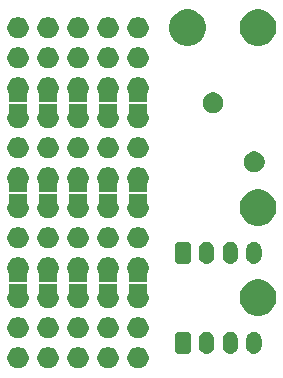
<source format=gbr>
%TF.GenerationSoftware,KiCad,Pcbnew,(5.1.6-0)*%
%TF.CreationDate,2022-05-02T22:38:42-07:00*%
%TF.ProjectId,rio-proto,72696f2d-7072-46f7-946f-2e6b69636164,rev?*%
%TF.SameCoordinates,PX87a6900PY757baf0*%
%TF.FileFunction,Soldermask,Top*%
%TF.FilePolarity,Negative*%
%FSLAX46Y46*%
G04 Gerber Fmt 4.6, Leading zero omitted, Abs format (unit mm)*
G04 Created by KiCad (PCBNEW (5.1.6-0)) date 2022-05-02 22:38:42*
%MOMM*%
%LPD*%
G01*
G04 APERTURE LIST*
%ADD10C,0.100000*%
G04 APERTURE END LIST*
D10*
G36*
X12962813Y2136376D02*
G01*
X13066210Y2093547D01*
X13126784Y2068456D01*
X13274354Y1969853D01*
X13399853Y1844354D01*
X13498456Y1696784D01*
X13566376Y1532812D01*
X13601000Y1358741D01*
X13601000Y1181259D01*
X13566376Y1007188D01*
X13498456Y843216D01*
X13399853Y695646D01*
X13274354Y570147D01*
X13126784Y471544D01*
X13066210Y446453D01*
X12962813Y403624D01*
X12788742Y369000D01*
X12611258Y369000D01*
X12437187Y403624D01*
X12333790Y446453D01*
X12273216Y471544D01*
X12125646Y570147D01*
X12000147Y695646D01*
X11901544Y843216D01*
X11833624Y1007188D01*
X11799000Y1181259D01*
X11799000Y1358741D01*
X11833624Y1532812D01*
X11901544Y1696784D01*
X12000147Y1844354D01*
X12125646Y1969853D01*
X12273216Y2068456D01*
X12333790Y2093547D01*
X12437187Y2136376D01*
X12611258Y2171000D01*
X12788742Y2171000D01*
X12962813Y2136376D01*
G37*
G36*
X10422813Y2136376D02*
G01*
X10526210Y2093547D01*
X10586784Y2068456D01*
X10734354Y1969853D01*
X10859853Y1844354D01*
X10958456Y1696784D01*
X11026376Y1532812D01*
X11061000Y1358741D01*
X11061000Y1181259D01*
X11026376Y1007188D01*
X10958456Y843216D01*
X10859853Y695646D01*
X10734354Y570147D01*
X10586784Y471544D01*
X10526210Y446453D01*
X10422813Y403624D01*
X10248742Y369000D01*
X10071258Y369000D01*
X9897187Y403624D01*
X9793790Y446453D01*
X9733216Y471544D01*
X9585646Y570147D01*
X9460147Y695646D01*
X9361544Y843216D01*
X9293624Y1007188D01*
X9259000Y1181259D01*
X9259000Y1358741D01*
X9293624Y1532812D01*
X9361544Y1696784D01*
X9460147Y1844354D01*
X9585646Y1969853D01*
X9733216Y2068456D01*
X9793790Y2093547D01*
X9897187Y2136376D01*
X10071258Y2171000D01*
X10248742Y2171000D01*
X10422813Y2136376D01*
G37*
G36*
X7882813Y2136376D02*
G01*
X7986210Y2093547D01*
X8046784Y2068456D01*
X8194354Y1969853D01*
X8319853Y1844354D01*
X8418456Y1696784D01*
X8486376Y1532812D01*
X8521000Y1358741D01*
X8521000Y1181259D01*
X8486376Y1007188D01*
X8418456Y843216D01*
X8319853Y695646D01*
X8194354Y570147D01*
X8046784Y471544D01*
X7986210Y446453D01*
X7882813Y403624D01*
X7708742Y369000D01*
X7531258Y369000D01*
X7357187Y403624D01*
X7253790Y446453D01*
X7193216Y471544D01*
X7045646Y570147D01*
X6920147Y695646D01*
X6821544Y843216D01*
X6753624Y1007188D01*
X6719000Y1181259D01*
X6719000Y1358741D01*
X6753624Y1532812D01*
X6821544Y1696784D01*
X6920147Y1844354D01*
X7045646Y1969853D01*
X7193216Y2068456D01*
X7253790Y2093547D01*
X7357187Y2136376D01*
X7531258Y2171000D01*
X7708742Y2171000D01*
X7882813Y2136376D01*
G37*
G36*
X5342813Y2136376D02*
G01*
X5446210Y2093547D01*
X5506784Y2068456D01*
X5654354Y1969853D01*
X5779853Y1844354D01*
X5878456Y1696784D01*
X5946376Y1532812D01*
X5981000Y1358741D01*
X5981000Y1181259D01*
X5946376Y1007188D01*
X5878456Y843216D01*
X5779853Y695646D01*
X5654354Y570147D01*
X5506784Y471544D01*
X5446210Y446453D01*
X5342813Y403624D01*
X5168742Y369000D01*
X4991258Y369000D01*
X4817187Y403624D01*
X4713790Y446453D01*
X4653216Y471544D01*
X4505646Y570147D01*
X4380147Y695646D01*
X4281544Y843216D01*
X4213624Y1007188D01*
X4179000Y1181259D01*
X4179000Y1358741D01*
X4213624Y1532812D01*
X4281544Y1696784D01*
X4380147Y1844354D01*
X4505646Y1969853D01*
X4653216Y2068456D01*
X4713790Y2093547D01*
X4817187Y2136376D01*
X4991258Y2171000D01*
X5168742Y2171000D01*
X5342813Y2136376D01*
G37*
G36*
X2802813Y2136376D02*
G01*
X2906210Y2093547D01*
X2966784Y2068456D01*
X3114354Y1969853D01*
X3239853Y1844354D01*
X3338456Y1696784D01*
X3406376Y1532812D01*
X3441000Y1358741D01*
X3441000Y1181259D01*
X3406376Y1007188D01*
X3338456Y843216D01*
X3239853Y695646D01*
X3114354Y570147D01*
X2966784Y471544D01*
X2906210Y446453D01*
X2802813Y403624D01*
X2628742Y369000D01*
X2451258Y369000D01*
X2277187Y403624D01*
X2173790Y446453D01*
X2113216Y471544D01*
X1965646Y570147D01*
X1840147Y695646D01*
X1741544Y843216D01*
X1673624Y1007188D01*
X1639000Y1181259D01*
X1639000Y1358741D01*
X1673624Y1532812D01*
X1741544Y1696784D01*
X1840147Y1844354D01*
X1965646Y1969853D01*
X2113216Y2068456D01*
X2173790Y2093547D01*
X2277187Y2136376D01*
X2451258Y2171000D01*
X2628742Y2171000D01*
X2802813Y2136376D01*
G37*
G36*
X18637617Y3456580D02*
G01*
X18745295Y3423916D01*
X18760331Y3419355D01*
X18873424Y3358907D01*
X18931876Y3310936D01*
X18972553Y3277553D01*
X18997078Y3247669D01*
X19053907Y3178425D01*
X19090401Y3110147D01*
X19114355Y3065332D01*
X19151580Y2942618D01*
X19161000Y2846973D01*
X19161000Y2233027D01*
X19151580Y2137382D01*
X19151579Y2137379D01*
X19114355Y2014668D01*
X19053907Y1901575D01*
X18972553Y1802447D01*
X18873425Y1721093D01*
X18760332Y1660645D01*
X18637618Y1623420D01*
X18510000Y1610851D01*
X18382383Y1623420D01*
X18259669Y1660645D01*
X18146576Y1721093D01*
X18047448Y1802447D01*
X17966093Y1901575D01*
X17905645Y2014668D01*
X17868421Y2137379D01*
X17868420Y2137382D01*
X17859000Y2233027D01*
X17859000Y2846972D01*
X17868420Y2942617D01*
X17905645Y3065331D01*
X17905646Y3065332D01*
X17966093Y3178424D01*
X18037729Y3265711D01*
X18047447Y3277553D01*
X18092933Y3314883D01*
X18146575Y3358907D01*
X18259668Y3419355D01*
X18274704Y3423916D01*
X18382382Y3456580D01*
X18510000Y3469149D01*
X18637617Y3456580D01*
G37*
G36*
X20637617Y3456580D02*
G01*
X20745295Y3423916D01*
X20760331Y3419355D01*
X20873424Y3358907D01*
X20931876Y3310936D01*
X20972553Y3277553D01*
X20997078Y3247669D01*
X21053907Y3178425D01*
X21090401Y3110147D01*
X21114355Y3065332D01*
X21151580Y2942618D01*
X21161000Y2846973D01*
X21161000Y2233027D01*
X21151580Y2137382D01*
X21151579Y2137379D01*
X21114355Y2014668D01*
X21053907Y1901575D01*
X20972553Y1802447D01*
X20873425Y1721093D01*
X20760332Y1660645D01*
X20637618Y1623420D01*
X20510000Y1610851D01*
X20382383Y1623420D01*
X20259669Y1660645D01*
X20146576Y1721093D01*
X20047448Y1802447D01*
X19966093Y1901575D01*
X19905645Y2014668D01*
X19868421Y2137379D01*
X19868420Y2137382D01*
X19859000Y2233027D01*
X19859000Y2846972D01*
X19868420Y2942617D01*
X19905645Y3065331D01*
X19905646Y3065332D01*
X19966093Y3178424D01*
X20037729Y3265711D01*
X20047447Y3277553D01*
X20092933Y3314883D01*
X20146575Y3358907D01*
X20259668Y3419355D01*
X20274704Y3423916D01*
X20382382Y3456580D01*
X20510000Y3469149D01*
X20637617Y3456580D01*
G37*
G36*
X22637617Y3456580D02*
G01*
X22745295Y3423916D01*
X22760331Y3419355D01*
X22873424Y3358907D01*
X22931876Y3310936D01*
X22972553Y3277553D01*
X22997078Y3247669D01*
X23053907Y3178425D01*
X23090401Y3110147D01*
X23114355Y3065332D01*
X23151580Y2942618D01*
X23161000Y2846973D01*
X23161000Y2233027D01*
X23151580Y2137382D01*
X23151579Y2137379D01*
X23114355Y2014668D01*
X23053907Y1901575D01*
X22972553Y1802447D01*
X22873425Y1721093D01*
X22760332Y1660645D01*
X22637618Y1623420D01*
X22510000Y1610851D01*
X22382383Y1623420D01*
X22259669Y1660645D01*
X22146576Y1721093D01*
X22047448Y1802447D01*
X21966093Y1901575D01*
X21905645Y2014668D01*
X21868421Y2137379D01*
X21868420Y2137382D01*
X21859000Y2233027D01*
X21859000Y2846972D01*
X21868420Y2942617D01*
X21905645Y3065331D01*
X21905646Y3065332D01*
X21966093Y3178424D01*
X22037729Y3265711D01*
X22047447Y3277553D01*
X22092933Y3314883D01*
X22146575Y3358907D01*
X22259668Y3419355D01*
X22274704Y3423916D01*
X22382382Y3456580D01*
X22510000Y3469149D01*
X22637617Y3456580D01*
G37*
G36*
X16960711Y3461036D02*
G01*
X17007346Y3446889D01*
X17050328Y3423916D01*
X17088000Y3393000D01*
X17118916Y3355328D01*
X17141889Y3312346D01*
X17156036Y3265711D01*
X17161000Y3215314D01*
X17161000Y1864686D01*
X17156036Y1814289D01*
X17141889Y1767654D01*
X17118916Y1724672D01*
X17088000Y1687000D01*
X17050328Y1656084D01*
X17007346Y1633111D01*
X16960711Y1618964D01*
X16910314Y1614000D01*
X16109686Y1614000D01*
X16059289Y1618964D01*
X16012654Y1633111D01*
X15969672Y1656084D01*
X15932000Y1687000D01*
X15901084Y1724672D01*
X15878111Y1767654D01*
X15863964Y1814289D01*
X15859000Y1864686D01*
X15859000Y3215314D01*
X15863964Y3265711D01*
X15878111Y3312346D01*
X15901084Y3355328D01*
X15932000Y3393000D01*
X15969672Y3423916D01*
X16012654Y3446889D01*
X16059289Y3461036D01*
X16109686Y3466000D01*
X16910314Y3466000D01*
X16960711Y3461036D01*
G37*
G36*
X12962813Y4676376D02*
G01*
X13066210Y4633547D01*
X13126784Y4608456D01*
X13274354Y4509853D01*
X13399853Y4384354D01*
X13498456Y4236784D01*
X13566376Y4072812D01*
X13601000Y3898741D01*
X13601000Y3721259D01*
X13566376Y3547188D01*
X13498456Y3383216D01*
X13399853Y3235646D01*
X13274354Y3110147D01*
X13126784Y3011544D01*
X13066210Y2986453D01*
X12962813Y2943624D01*
X12788742Y2909000D01*
X12611258Y2909000D01*
X12437187Y2943624D01*
X12333790Y2986453D01*
X12273216Y3011544D01*
X12125646Y3110147D01*
X12000147Y3235646D01*
X11901544Y3383216D01*
X11833624Y3547188D01*
X11799000Y3721259D01*
X11799000Y3898741D01*
X11833624Y4072812D01*
X11901544Y4236784D01*
X12000147Y4384354D01*
X12125646Y4509853D01*
X12273216Y4608456D01*
X12333790Y4633547D01*
X12437187Y4676376D01*
X12611258Y4711000D01*
X12788742Y4711000D01*
X12962813Y4676376D01*
G37*
G36*
X10422813Y4676376D02*
G01*
X10526210Y4633547D01*
X10586784Y4608456D01*
X10734354Y4509853D01*
X10859853Y4384354D01*
X10958456Y4236784D01*
X11026376Y4072812D01*
X11061000Y3898741D01*
X11061000Y3721259D01*
X11026376Y3547188D01*
X10958456Y3383216D01*
X10859853Y3235646D01*
X10734354Y3110147D01*
X10586784Y3011544D01*
X10526210Y2986453D01*
X10422813Y2943624D01*
X10248742Y2909000D01*
X10071258Y2909000D01*
X9897187Y2943624D01*
X9793790Y2986453D01*
X9733216Y3011544D01*
X9585646Y3110147D01*
X9460147Y3235646D01*
X9361544Y3383216D01*
X9293624Y3547188D01*
X9259000Y3721259D01*
X9259000Y3898741D01*
X9293624Y4072812D01*
X9361544Y4236784D01*
X9460147Y4384354D01*
X9585646Y4509853D01*
X9733216Y4608456D01*
X9793790Y4633547D01*
X9897187Y4676376D01*
X10071258Y4711000D01*
X10248742Y4711000D01*
X10422813Y4676376D01*
G37*
G36*
X7882813Y4676376D02*
G01*
X7986210Y4633547D01*
X8046784Y4608456D01*
X8194354Y4509853D01*
X8319853Y4384354D01*
X8418456Y4236784D01*
X8486376Y4072812D01*
X8521000Y3898741D01*
X8521000Y3721259D01*
X8486376Y3547188D01*
X8418456Y3383216D01*
X8319853Y3235646D01*
X8194354Y3110147D01*
X8046784Y3011544D01*
X7986210Y2986453D01*
X7882813Y2943624D01*
X7708742Y2909000D01*
X7531258Y2909000D01*
X7357187Y2943624D01*
X7253790Y2986453D01*
X7193216Y3011544D01*
X7045646Y3110147D01*
X6920147Y3235646D01*
X6821544Y3383216D01*
X6753624Y3547188D01*
X6719000Y3721259D01*
X6719000Y3898741D01*
X6753624Y4072812D01*
X6821544Y4236784D01*
X6920147Y4384354D01*
X7045646Y4509853D01*
X7193216Y4608456D01*
X7253790Y4633547D01*
X7357187Y4676376D01*
X7531258Y4711000D01*
X7708742Y4711000D01*
X7882813Y4676376D01*
G37*
G36*
X5342813Y4676376D02*
G01*
X5446210Y4633547D01*
X5506784Y4608456D01*
X5654354Y4509853D01*
X5779853Y4384354D01*
X5878456Y4236784D01*
X5946376Y4072812D01*
X5981000Y3898741D01*
X5981000Y3721259D01*
X5946376Y3547188D01*
X5878456Y3383216D01*
X5779853Y3235646D01*
X5654354Y3110147D01*
X5506784Y3011544D01*
X5446210Y2986453D01*
X5342813Y2943624D01*
X5168742Y2909000D01*
X4991258Y2909000D01*
X4817187Y2943624D01*
X4713790Y2986453D01*
X4653216Y3011544D01*
X4505646Y3110147D01*
X4380147Y3235646D01*
X4281544Y3383216D01*
X4213624Y3547188D01*
X4179000Y3721259D01*
X4179000Y3898741D01*
X4213624Y4072812D01*
X4281544Y4236784D01*
X4380147Y4384354D01*
X4505646Y4509853D01*
X4653216Y4608456D01*
X4713790Y4633547D01*
X4817187Y4676376D01*
X4991258Y4711000D01*
X5168742Y4711000D01*
X5342813Y4676376D01*
G37*
G36*
X2802813Y4676376D02*
G01*
X2906210Y4633547D01*
X2966784Y4608456D01*
X3114354Y4509853D01*
X3239853Y4384354D01*
X3338456Y4236784D01*
X3406376Y4072812D01*
X3441000Y3898741D01*
X3441000Y3721259D01*
X3406376Y3547188D01*
X3338456Y3383216D01*
X3239853Y3235646D01*
X3114354Y3110147D01*
X2966784Y3011544D01*
X2906210Y2986453D01*
X2802813Y2943624D01*
X2628742Y2909000D01*
X2451258Y2909000D01*
X2277187Y2943624D01*
X2173790Y2986453D01*
X2113216Y3011544D01*
X1965646Y3110147D01*
X1840147Y3235646D01*
X1741544Y3383216D01*
X1673624Y3547188D01*
X1639000Y3721259D01*
X1639000Y3898741D01*
X1673624Y4072812D01*
X1741544Y4236784D01*
X1840147Y4384354D01*
X1965646Y4509853D01*
X2113216Y4608456D01*
X2173790Y4633547D01*
X2277187Y4676376D01*
X2451258Y4711000D01*
X2628742Y4711000D01*
X2802813Y4676376D01*
G37*
G36*
X23312411Y7841397D02*
G01*
X23553336Y7741602D01*
X23594674Y7724479D01*
X23848705Y7554741D01*
X24064741Y7338705D01*
X24234479Y7084674D01*
X24234480Y7084671D01*
X24351397Y6802411D01*
X24411000Y6502761D01*
X24411000Y6197239D01*
X24351397Y5897589D01*
X24251602Y5656664D01*
X24234479Y5615326D01*
X24064741Y5361295D01*
X23848705Y5145259D01*
X23594674Y4975521D01*
X23553336Y4958398D01*
X23312411Y4858603D01*
X23012761Y4799000D01*
X22707239Y4799000D01*
X22407589Y4858603D01*
X22166664Y4958398D01*
X22125326Y4975521D01*
X21871295Y5145259D01*
X21655259Y5361295D01*
X21485521Y5615326D01*
X21468398Y5656664D01*
X21368603Y5897589D01*
X21309000Y6197239D01*
X21309000Y6502761D01*
X21368603Y6802411D01*
X21485520Y7084671D01*
X21485521Y7084674D01*
X21655259Y7338705D01*
X21871295Y7554741D01*
X22125326Y7724479D01*
X22166664Y7741602D01*
X22407589Y7841397D01*
X22707239Y7901000D01*
X23012761Y7901000D01*
X23312411Y7841397D01*
G37*
G36*
X3289994Y7521247D02*
G01*
X3290000Y7521247D01*
X3299998Y7520262D01*
X3309611Y7517346D01*
X3309613Y7517345D01*
X3318473Y7512609D01*
X3326238Y7506238D01*
X3332609Y7498473D01*
X3332610Y7498471D01*
X3337346Y7489611D01*
X3340262Y7479998D01*
X3341247Y7470000D01*
X3341247Y7469994D01*
X3341433Y7468105D01*
X3341433Y6971895D01*
X3341247Y6970007D01*
X3341247Y6970000D01*
X3340262Y6960002D01*
X3340119Y6958554D01*
X3339211Y6953991D01*
X3339025Y6950214D01*
X3339025Y6922886D01*
X3338839Y6920997D01*
X3338839Y6920991D01*
X3337854Y6910993D01*
X3337667Y6909096D01*
X3320678Y6823687D01*
X3319938Y6816176D01*
X3320678Y6808665D01*
X3322869Y6801443D01*
X3326423Y6794793D01*
X3338456Y6776784D01*
X3338457Y6776781D01*
X3406376Y6612813D01*
X3441000Y6438742D01*
X3441000Y6261259D01*
X3406376Y6087188D01*
X3338456Y5923216D01*
X3239853Y5775646D01*
X3114354Y5650147D01*
X2966784Y5551544D01*
X2906210Y5526453D01*
X2802813Y5483624D01*
X2628742Y5449000D01*
X2451258Y5449000D01*
X2277187Y5483624D01*
X2173790Y5526453D01*
X2113216Y5551544D01*
X1965646Y5650147D01*
X1840147Y5775646D01*
X1741544Y5923216D01*
X1673624Y6087188D01*
X1639000Y6261259D01*
X1639000Y6438742D01*
X1673624Y6612813D01*
X1741543Y6776781D01*
X1741544Y6776784D01*
X1753577Y6794793D01*
X1757131Y6801443D01*
X1759322Y6808665D01*
X1760062Y6816176D01*
X1759322Y6823687D01*
X1742333Y6909096D01*
X1742146Y6910993D01*
X1741161Y6920991D01*
X1741161Y6920997D01*
X1740975Y6922886D01*
X1740975Y6950214D01*
X1740235Y6957725D01*
X1739786Y6959517D01*
X1739738Y6960002D01*
X1738753Y6970000D01*
X1738753Y6970006D01*
X1738567Y6971895D01*
X1738567Y7468105D01*
X1738753Y7469994D01*
X1738753Y7470000D01*
X1739738Y7479998D01*
X1742654Y7489611D01*
X1747390Y7498471D01*
X1747391Y7498473D01*
X1753762Y7506238D01*
X1761527Y7512609D01*
X1770387Y7517345D01*
X1770389Y7517346D01*
X1780002Y7520262D01*
X1790000Y7521247D01*
X1790006Y7521247D01*
X1791895Y7521433D01*
X3288105Y7521433D01*
X3289994Y7521247D01*
G37*
G36*
X13449994Y7521247D02*
G01*
X13450000Y7521247D01*
X13459998Y7520262D01*
X13469611Y7517346D01*
X13469613Y7517345D01*
X13478473Y7512609D01*
X13486238Y7506238D01*
X13492609Y7498473D01*
X13492610Y7498471D01*
X13497346Y7489611D01*
X13500262Y7479998D01*
X13501247Y7470000D01*
X13501247Y7469994D01*
X13501433Y7468105D01*
X13501433Y6971895D01*
X13501247Y6970007D01*
X13501247Y6970000D01*
X13500262Y6960002D01*
X13500119Y6958554D01*
X13499211Y6953991D01*
X13499025Y6950214D01*
X13499025Y6922886D01*
X13498839Y6920997D01*
X13498839Y6920991D01*
X13497854Y6910993D01*
X13497667Y6909096D01*
X13480678Y6823687D01*
X13479938Y6816176D01*
X13480678Y6808665D01*
X13482869Y6801443D01*
X13486423Y6794793D01*
X13498456Y6776784D01*
X13498457Y6776781D01*
X13566376Y6612813D01*
X13601000Y6438742D01*
X13601000Y6261259D01*
X13566376Y6087188D01*
X13498456Y5923216D01*
X13399853Y5775646D01*
X13274354Y5650147D01*
X13126784Y5551544D01*
X13066210Y5526453D01*
X12962813Y5483624D01*
X12788742Y5449000D01*
X12611258Y5449000D01*
X12437187Y5483624D01*
X12333790Y5526453D01*
X12273216Y5551544D01*
X12125646Y5650147D01*
X12000147Y5775646D01*
X11901544Y5923216D01*
X11833624Y6087188D01*
X11799000Y6261259D01*
X11799000Y6438742D01*
X11833624Y6612813D01*
X11901543Y6776781D01*
X11901544Y6776784D01*
X11913577Y6794793D01*
X11917131Y6801443D01*
X11919322Y6808665D01*
X11920062Y6816176D01*
X11919322Y6823687D01*
X11902333Y6909096D01*
X11902146Y6910993D01*
X11901161Y6920991D01*
X11901161Y6920997D01*
X11900975Y6922886D01*
X11900975Y6950214D01*
X11900235Y6957725D01*
X11899786Y6959517D01*
X11899738Y6960002D01*
X11898753Y6970000D01*
X11898753Y6970006D01*
X11898567Y6971895D01*
X11898567Y7468105D01*
X11898753Y7469994D01*
X11898753Y7470000D01*
X11899738Y7479998D01*
X11902654Y7489611D01*
X11907390Y7498471D01*
X11907391Y7498473D01*
X11913762Y7506238D01*
X11921527Y7512609D01*
X11930387Y7517345D01*
X11930389Y7517346D01*
X11940002Y7520262D01*
X11950000Y7521247D01*
X11950006Y7521247D01*
X11951895Y7521433D01*
X13448105Y7521433D01*
X13449994Y7521247D01*
G37*
G36*
X8369994Y7521247D02*
G01*
X8370000Y7521247D01*
X8379998Y7520262D01*
X8389611Y7517346D01*
X8389613Y7517345D01*
X8398473Y7512609D01*
X8406238Y7506238D01*
X8412609Y7498473D01*
X8412610Y7498471D01*
X8417346Y7489611D01*
X8420262Y7479998D01*
X8421247Y7470000D01*
X8421247Y7469994D01*
X8421433Y7468105D01*
X8421433Y6971895D01*
X8421247Y6970007D01*
X8421247Y6970000D01*
X8420262Y6960002D01*
X8420119Y6958554D01*
X8419211Y6953991D01*
X8419025Y6950214D01*
X8419025Y6922886D01*
X8418839Y6920997D01*
X8418839Y6920991D01*
X8417854Y6910993D01*
X8417667Y6909096D01*
X8400678Y6823687D01*
X8399938Y6816176D01*
X8400678Y6808665D01*
X8402869Y6801443D01*
X8406423Y6794793D01*
X8418456Y6776784D01*
X8418457Y6776781D01*
X8486376Y6612813D01*
X8521000Y6438742D01*
X8521000Y6261259D01*
X8486376Y6087188D01*
X8418456Y5923216D01*
X8319853Y5775646D01*
X8194354Y5650147D01*
X8046784Y5551544D01*
X7986210Y5526453D01*
X7882813Y5483624D01*
X7708742Y5449000D01*
X7531258Y5449000D01*
X7357187Y5483624D01*
X7253790Y5526453D01*
X7193216Y5551544D01*
X7045646Y5650147D01*
X6920147Y5775646D01*
X6821544Y5923216D01*
X6753624Y6087188D01*
X6719000Y6261259D01*
X6719000Y6438742D01*
X6753624Y6612813D01*
X6821543Y6776781D01*
X6821544Y6776784D01*
X6833577Y6794793D01*
X6837131Y6801443D01*
X6839322Y6808665D01*
X6840062Y6816176D01*
X6839322Y6823687D01*
X6822333Y6909096D01*
X6822146Y6910993D01*
X6821161Y6920991D01*
X6821161Y6920997D01*
X6820975Y6922886D01*
X6820975Y6950214D01*
X6820235Y6957725D01*
X6819786Y6959517D01*
X6819738Y6960002D01*
X6818753Y6970000D01*
X6818753Y6970006D01*
X6818567Y6971895D01*
X6818567Y7468105D01*
X6818753Y7469994D01*
X6818753Y7470000D01*
X6819738Y7479998D01*
X6822654Y7489611D01*
X6827390Y7498471D01*
X6827391Y7498473D01*
X6833762Y7506238D01*
X6841527Y7512609D01*
X6850387Y7517345D01*
X6850389Y7517346D01*
X6860002Y7520262D01*
X6870000Y7521247D01*
X6870006Y7521247D01*
X6871895Y7521433D01*
X8368105Y7521433D01*
X8369994Y7521247D01*
G37*
G36*
X10909994Y7521247D02*
G01*
X10910000Y7521247D01*
X10919998Y7520262D01*
X10929611Y7517346D01*
X10929613Y7517345D01*
X10938473Y7512609D01*
X10946238Y7506238D01*
X10952609Y7498473D01*
X10952610Y7498471D01*
X10957346Y7489611D01*
X10960262Y7479998D01*
X10961247Y7470000D01*
X10961247Y7469994D01*
X10961433Y7468105D01*
X10961433Y6971895D01*
X10961247Y6970007D01*
X10961247Y6970000D01*
X10960262Y6960002D01*
X10960119Y6958554D01*
X10959211Y6953991D01*
X10959025Y6950214D01*
X10959025Y6922886D01*
X10958839Y6920997D01*
X10958839Y6920991D01*
X10957854Y6910993D01*
X10957667Y6909096D01*
X10940678Y6823687D01*
X10939938Y6816176D01*
X10940678Y6808665D01*
X10942869Y6801443D01*
X10946423Y6794793D01*
X10958456Y6776784D01*
X10958457Y6776781D01*
X11026376Y6612813D01*
X11061000Y6438742D01*
X11061000Y6261259D01*
X11026376Y6087188D01*
X10958456Y5923216D01*
X10859853Y5775646D01*
X10734354Y5650147D01*
X10586784Y5551544D01*
X10526210Y5526453D01*
X10422813Y5483624D01*
X10248742Y5449000D01*
X10071258Y5449000D01*
X9897187Y5483624D01*
X9793790Y5526453D01*
X9733216Y5551544D01*
X9585646Y5650147D01*
X9460147Y5775646D01*
X9361544Y5923216D01*
X9293624Y6087188D01*
X9259000Y6261259D01*
X9259000Y6438742D01*
X9293624Y6612813D01*
X9361543Y6776781D01*
X9361544Y6776784D01*
X9373577Y6794793D01*
X9377131Y6801443D01*
X9379322Y6808665D01*
X9380062Y6816176D01*
X9379322Y6823687D01*
X9362333Y6909096D01*
X9362146Y6910993D01*
X9361161Y6920991D01*
X9361161Y6920997D01*
X9360975Y6922886D01*
X9360975Y6950214D01*
X9360235Y6957725D01*
X9359786Y6959517D01*
X9359738Y6960002D01*
X9358753Y6970000D01*
X9358753Y6970006D01*
X9358567Y6971895D01*
X9358567Y7468105D01*
X9358753Y7469994D01*
X9358753Y7470000D01*
X9359738Y7479998D01*
X9362654Y7489611D01*
X9367390Y7498471D01*
X9367391Y7498473D01*
X9373762Y7506238D01*
X9381527Y7512609D01*
X9390387Y7517345D01*
X9390389Y7517346D01*
X9400002Y7520262D01*
X9410000Y7521247D01*
X9410006Y7521247D01*
X9411895Y7521433D01*
X10908105Y7521433D01*
X10909994Y7521247D01*
G37*
G36*
X5829994Y7521247D02*
G01*
X5830000Y7521247D01*
X5839998Y7520262D01*
X5849611Y7517346D01*
X5849613Y7517345D01*
X5858473Y7512609D01*
X5866238Y7506238D01*
X5872609Y7498473D01*
X5872610Y7498471D01*
X5877346Y7489611D01*
X5880262Y7479998D01*
X5881247Y7470000D01*
X5881247Y7469994D01*
X5881433Y7468105D01*
X5881433Y6971895D01*
X5881247Y6970007D01*
X5881247Y6970000D01*
X5880262Y6960002D01*
X5880119Y6958554D01*
X5879211Y6953991D01*
X5879025Y6950214D01*
X5879025Y6922886D01*
X5878839Y6920997D01*
X5878839Y6920991D01*
X5877854Y6910993D01*
X5877667Y6909096D01*
X5860678Y6823687D01*
X5859938Y6816176D01*
X5860678Y6808665D01*
X5862869Y6801443D01*
X5866423Y6794793D01*
X5878456Y6776784D01*
X5878457Y6776781D01*
X5946376Y6612813D01*
X5981000Y6438742D01*
X5981000Y6261259D01*
X5946376Y6087188D01*
X5878456Y5923216D01*
X5779853Y5775646D01*
X5654354Y5650147D01*
X5506784Y5551544D01*
X5446210Y5526453D01*
X5342813Y5483624D01*
X5168742Y5449000D01*
X4991258Y5449000D01*
X4817187Y5483624D01*
X4713790Y5526453D01*
X4653216Y5551544D01*
X4505646Y5650147D01*
X4380147Y5775646D01*
X4281544Y5923216D01*
X4213624Y6087188D01*
X4179000Y6261259D01*
X4179000Y6438742D01*
X4213624Y6612813D01*
X4281543Y6776781D01*
X4281544Y6776784D01*
X4293577Y6794793D01*
X4297131Y6801443D01*
X4299322Y6808665D01*
X4300062Y6816176D01*
X4299322Y6823687D01*
X4282333Y6909096D01*
X4282146Y6910993D01*
X4281161Y6920991D01*
X4281161Y6920997D01*
X4280975Y6922886D01*
X4280975Y6950214D01*
X4280235Y6957725D01*
X4279786Y6959517D01*
X4279738Y6960002D01*
X4278753Y6970000D01*
X4278753Y6970006D01*
X4278567Y6971895D01*
X4278567Y7468105D01*
X4278753Y7469994D01*
X4278753Y7470000D01*
X4279738Y7479998D01*
X4282654Y7489611D01*
X4287390Y7498471D01*
X4287391Y7498473D01*
X4293762Y7506238D01*
X4301527Y7512609D01*
X4310387Y7517345D01*
X4310389Y7517346D01*
X4320002Y7520262D01*
X4330000Y7521247D01*
X4330006Y7521247D01*
X4331895Y7521433D01*
X5828105Y7521433D01*
X5829994Y7521247D01*
G37*
G36*
X12962813Y9756376D02*
G01*
X13066210Y9713547D01*
X13126784Y9688456D01*
X13274354Y9589853D01*
X13399853Y9464354D01*
X13498456Y9316784D01*
X13513425Y9280645D01*
X13566376Y9152813D01*
X13601000Y8978742D01*
X13601000Y8801258D01*
X13566376Y8627187D01*
X13527846Y8534169D01*
X13498456Y8463216D01*
X13486423Y8445207D01*
X13482869Y8438557D01*
X13480678Y8431335D01*
X13479938Y8423824D01*
X13480678Y8416313D01*
X13497667Y8330904D01*
X13497854Y8329009D01*
X13497854Y8329007D01*
X13498839Y8319009D01*
X13498839Y8319003D01*
X13499025Y8317114D01*
X13499025Y8289786D01*
X13499765Y8282275D01*
X13500214Y8280483D01*
X13500262Y8279999D01*
X13500262Y8279998D01*
X13501247Y8270000D01*
X13501247Y8269994D01*
X13501433Y8268105D01*
X13501433Y7771895D01*
X13501247Y7770006D01*
X13501247Y7770000D01*
X13500262Y7760002D01*
X13497345Y7750387D01*
X13492609Y7741527D01*
X13486238Y7733762D01*
X13478473Y7727391D01*
X13478471Y7727390D01*
X13469611Y7722654D01*
X13459998Y7719738D01*
X13450000Y7718753D01*
X13449994Y7718753D01*
X13448105Y7718567D01*
X11951895Y7718567D01*
X11950006Y7718753D01*
X11950000Y7718753D01*
X11940002Y7719738D01*
X11930389Y7722654D01*
X11921529Y7727390D01*
X11921527Y7727391D01*
X11913762Y7733762D01*
X11907391Y7741527D01*
X11902655Y7750387D01*
X11899738Y7760002D01*
X11898753Y7770000D01*
X11898753Y7770006D01*
X11898567Y7771895D01*
X11898567Y8268105D01*
X11898753Y8269993D01*
X11898753Y8270000D01*
X11899738Y8279998D01*
X11899739Y8280000D01*
X11899881Y8281446D01*
X11900789Y8286009D01*
X11900975Y8289786D01*
X11900975Y8317114D01*
X11901161Y8319003D01*
X11901161Y8319009D01*
X11902146Y8329007D01*
X11902146Y8329009D01*
X11902333Y8330904D01*
X11919322Y8416313D01*
X11920062Y8423824D01*
X11919322Y8431335D01*
X11917131Y8438557D01*
X11913577Y8445207D01*
X11901544Y8463216D01*
X11872154Y8534169D01*
X11833624Y8627187D01*
X11799000Y8801258D01*
X11799000Y8978742D01*
X11833624Y9152813D01*
X11886575Y9280645D01*
X11901544Y9316784D01*
X12000147Y9464354D01*
X12125646Y9589853D01*
X12273216Y9688456D01*
X12333790Y9713547D01*
X12437187Y9756376D01*
X12611258Y9791000D01*
X12788742Y9791000D01*
X12962813Y9756376D01*
G37*
G36*
X10422813Y9756376D02*
G01*
X10526210Y9713547D01*
X10586784Y9688456D01*
X10734354Y9589853D01*
X10859853Y9464354D01*
X10958456Y9316784D01*
X10973425Y9280645D01*
X11026376Y9152813D01*
X11061000Y8978742D01*
X11061000Y8801258D01*
X11026376Y8627187D01*
X10987846Y8534169D01*
X10958456Y8463216D01*
X10946423Y8445207D01*
X10942869Y8438557D01*
X10940678Y8431335D01*
X10939938Y8423824D01*
X10940678Y8416313D01*
X10957667Y8330904D01*
X10957854Y8329009D01*
X10957854Y8329007D01*
X10958839Y8319009D01*
X10958839Y8319003D01*
X10959025Y8317114D01*
X10959025Y8289786D01*
X10959765Y8282275D01*
X10960214Y8280483D01*
X10960262Y8279999D01*
X10960262Y8279998D01*
X10961247Y8270000D01*
X10961247Y8269994D01*
X10961433Y8268105D01*
X10961433Y7771895D01*
X10961247Y7770006D01*
X10961247Y7770000D01*
X10960262Y7760002D01*
X10957345Y7750387D01*
X10952609Y7741527D01*
X10946238Y7733762D01*
X10938473Y7727391D01*
X10938471Y7727390D01*
X10929611Y7722654D01*
X10919998Y7719738D01*
X10910000Y7718753D01*
X10909994Y7718753D01*
X10908105Y7718567D01*
X9411895Y7718567D01*
X9410006Y7718753D01*
X9410000Y7718753D01*
X9400002Y7719738D01*
X9390389Y7722654D01*
X9381529Y7727390D01*
X9381527Y7727391D01*
X9373762Y7733762D01*
X9367391Y7741527D01*
X9362655Y7750387D01*
X9359738Y7760002D01*
X9358753Y7770000D01*
X9358753Y7770006D01*
X9358567Y7771895D01*
X9358567Y8268105D01*
X9358753Y8269993D01*
X9358753Y8270000D01*
X9359738Y8279998D01*
X9359739Y8280000D01*
X9359881Y8281446D01*
X9360789Y8286009D01*
X9360975Y8289786D01*
X9360975Y8317114D01*
X9361161Y8319003D01*
X9361161Y8319009D01*
X9362146Y8329007D01*
X9362146Y8329009D01*
X9362333Y8330904D01*
X9379322Y8416313D01*
X9380062Y8423824D01*
X9379322Y8431335D01*
X9377131Y8438557D01*
X9373577Y8445207D01*
X9361544Y8463216D01*
X9332154Y8534169D01*
X9293624Y8627187D01*
X9259000Y8801258D01*
X9259000Y8978742D01*
X9293624Y9152813D01*
X9346575Y9280645D01*
X9361544Y9316784D01*
X9460147Y9464354D01*
X9585646Y9589853D01*
X9733216Y9688456D01*
X9793790Y9713547D01*
X9897187Y9756376D01*
X10071258Y9791000D01*
X10248742Y9791000D01*
X10422813Y9756376D01*
G37*
G36*
X7882813Y9756376D02*
G01*
X7986210Y9713547D01*
X8046784Y9688456D01*
X8194354Y9589853D01*
X8319853Y9464354D01*
X8418456Y9316784D01*
X8433425Y9280645D01*
X8486376Y9152813D01*
X8521000Y8978742D01*
X8521000Y8801258D01*
X8486376Y8627187D01*
X8447846Y8534169D01*
X8418456Y8463216D01*
X8406423Y8445207D01*
X8402869Y8438557D01*
X8400678Y8431335D01*
X8399938Y8423824D01*
X8400678Y8416313D01*
X8417667Y8330904D01*
X8417854Y8329009D01*
X8417854Y8329007D01*
X8418839Y8319009D01*
X8418839Y8319003D01*
X8419025Y8317114D01*
X8419025Y8289786D01*
X8419765Y8282275D01*
X8420214Y8280483D01*
X8420262Y8279999D01*
X8420262Y8279998D01*
X8421247Y8270000D01*
X8421247Y8269994D01*
X8421433Y8268105D01*
X8421433Y7771895D01*
X8421247Y7770006D01*
X8421247Y7770000D01*
X8420262Y7760002D01*
X8417345Y7750387D01*
X8412609Y7741527D01*
X8406238Y7733762D01*
X8398473Y7727391D01*
X8398471Y7727390D01*
X8389611Y7722654D01*
X8379998Y7719738D01*
X8370000Y7718753D01*
X8369994Y7718753D01*
X8368105Y7718567D01*
X6871895Y7718567D01*
X6870006Y7718753D01*
X6870000Y7718753D01*
X6860002Y7719738D01*
X6850389Y7722654D01*
X6841529Y7727390D01*
X6841527Y7727391D01*
X6833762Y7733762D01*
X6827391Y7741527D01*
X6822655Y7750387D01*
X6819738Y7760002D01*
X6818753Y7770000D01*
X6818753Y7770006D01*
X6818567Y7771895D01*
X6818567Y8268105D01*
X6818753Y8269993D01*
X6818753Y8270000D01*
X6819738Y8279998D01*
X6819739Y8280000D01*
X6819881Y8281446D01*
X6820789Y8286009D01*
X6820975Y8289786D01*
X6820975Y8317114D01*
X6821161Y8319003D01*
X6821161Y8319009D01*
X6822146Y8329007D01*
X6822146Y8329009D01*
X6822333Y8330904D01*
X6839322Y8416313D01*
X6840062Y8423824D01*
X6839322Y8431335D01*
X6837131Y8438557D01*
X6833577Y8445207D01*
X6821544Y8463216D01*
X6792154Y8534169D01*
X6753624Y8627187D01*
X6719000Y8801258D01*
X6719000Y8978742D01*
X6753624Y9152813D01*
X6806575Y9280645D01*
X6821544Y9316784D01*
X6920147Y9464354D01*
X7045646Y9589853D01*
X7193216Y9688456D01*
X7253790Y9713547D01*
X7357187Y9756376D01*
X7531258Y9791000D01*
X7708742Y9791000D01*
X7882813Y9756376D01*
G37*
G36*
X2802813Y9756376D02*
G01*
X2906210Y9713547D01*
X2966784Y9688456D01*
X3114354Y9589853D01*
X3239853Y9464354D01*
X3338456Y9316784D01*
X3353425Y9280645D01*
X3406376Y9152813D01*
X3441000Y8978742D01*
X3441000Y8801258D01*
X3406376Y8627187D01*
X3367846Y8534169D01*
X3338456Y8463216D01*
X3326423Y8445207D01*
X3322869Y8438557D01*
X3320678Y8431335D01*
X3319938Y8423824D01*
X3320678Y8416313D01*
X3337667Y8330904D01*
X3337854Y8329009D01*
X3337854Y8329007D01*
X3338839Y8319009D01*
X3338839Y8319003D01*
X3339025Y8317114D01*
X3339025Y8289786D01*
X3339765Y8282275D01*
X3340214Y8280483D01*
X3340262Y8279999D01*
X3340262Y8279998D01*
X3341247Y8270000D01*
X3341247Y8269994D01*
X3341433Y8268105D01*
X3341433Y7771895D01*
X3341247Y7770006D01*
X3341247Y7770000D01*
X3340262Y7760002D01*
X3337345Y7750387D01*
X3332609Y7741527D01*
X3326238Y7733762D01*
X3318473Y7727391D01*
X3318471Y7727390D01*
X3309611Y7722654D01*
X3299998Y7719738D01*
X3290000Y7718753D01*
X3289994Y7718753D01*
X3288105Y7718567D01*
X1791895Y7718567D01*
X1790006Y7718753D01*
X1790000Y7718753D01*
X1780002Y7719738D01*
X1770389Y7722654D01*
X1761529Y7727390D01*
X1761527Y7727391D01*
X1753762Y7733762D01*
X1747391Y7741527D01*
X1742655Y7750387D01*
X1739738Y7760002D01*
X1738753Y7770000D01*
X1738753Y7770006D01*
X1738567Y7771895D01*
X1738567Y8268105D01*
X1738753Y8269993D01*
X1738753Y8270000D01*
X1739738Y8279998D01*
X1739739Y8280000D01*
X1739881Y8281446D01*
X1740789Y8286009D01*
X1740975Y8289786D01*
X1740975Y8317114D01*
X1741161Y8319003D01*
X1741161Y8319009D01*
X1742146Y8329007D01*
X1742146Y8329009D01*
X1742333Y8330904D01*
X1759322Y8416313D01*
X1760062Y8423824D01*
X1759322Y8431335D01*
X1757131Y8438557D01*
X1753577Y8445207D01*
X1741544Y8463216D01*
X1712154Y8534169D01*
X1673624Y8627187D01*
X1639000Y8801258D01*
X1639000Y8978742D01*
X1673624Y9152813D01*
X1726575Y9280645D01*
X1741544Y9316784D01*
X1840147Y9464354D01*
X1965646Y9589853D01*
X2113216Y9688456D01*
X2173790Y9713547D01*
X2277187Y9756376D01*
X2451258Y9791000D01*
X2628742Y9791000D01*
X2802813Y9756376D01*
G37*
G36*
X5342813Y9756376D02*
G01*
X5446210Y9713547D01*
X5506784Y9688456D01*
X5654354Y9589853D01*
X5779853Y9464354D01*
X5878456Y9316784D01*
X5893425Y9280645D01*
X5946376Y9152813D01*
X5981000Y8978742D01*
X5981000Y8801258D01*
X5946376Y8627187D01*
X5907846Y8534169D01*
X5878456Y8463216D01*
X5866423Y8445207D01*
X5862869Y8438557D01*
X5860678Y8431335D01*
X5859938Y8423824D01*
X5860678Y8416313D01*
X5877667Y8330904D01*
X5877854Y8329009D01*
X5877854Y8329007D01*
X5878839Y8319009D01*
X5878839Y8319003D01*
X5879025Y8317114D01*
X5879025Y8289786D01*
X5879765Y8282275D01*
X5880214Y8280483D01*
X5880262Y8279999D01*
X5880262Y8279998D01*
X5881247Y8270000D01*
X5881247Y8269994D01*
X5881433Y8268105D01*
X5881433Y7771895D01*
X5881247Y7770006D01*
X5881247Y7770000D01*
X5880262Y7760002D01*
X5877345Y7750387D01*
X5872609Y7741527D01*
X5866238Y7733762D01*
X5858473Y7727391D01*
X5858471Y7727390D01*
X5849611Y7722654D01*
X5839998Y7719738D01*
X5830000Y7718753D01*
X5829994Y7718753D01*
X5828105Y7718567D01*
X4331895Y7718567D01*
X4330006Y7718753D01*
X4330000Y7718753D01*
X4320002Y7719738D01*
X4310389Y7722654D01*
X4301529Y7727390D01*
X4301527Y7727391D01*
X4293762Y7733762D01*
X4287391Y7741527D01*
X4282655Y7750387D01*
X4279738Y7760002D01*
X4278753Y7770000D01*
X4278753Y7770006D01*
X4278567Y7771895D01*
X4278567Y8268105D01*
X4278753Y8269993D01*
X4278753Y8270000D01*
X4279738Y8279998D01*
X4279739Y8280000D01*
X4279881Y8281446D01*
X4280789Y8286009D01*
X4280975Y8289786D01*
X4280975Y8317114D01*
X4281161Y8319003D01*
X4281161Y8319009D01*
X4282146Y8329007D01*
X4282146Y8329009D01*
X4282333Y8330904D01*
X4299322Y8416313D01*
X4300062Y8423824D01*
X4299322Y8431335D01*
X4297131Y8438557D01*
X4293577Y8445207D01*
X4281544Y8463216D01*
X4252154Y8534169D01*
X4213624Y8627187D01*
X4179000Y8801258D01*
X4179000Y8978742D01*
X4213624Y9152813D01*
X4266575Y9280645D01*
X4281544Y9316784D01*
X4380147Y9464354D01*
X4505646Y9589853D01*
X4653216Y9688456D01*
X4713790Y9713547D01*
X4817187Y9756376D01*
X4991258Y9791000D01*
X5168742Y9791000D01*
X5342813Y9756376D01*
G37*
G36*
X22637617Y11076580D02*
G01*
X22745295Y11043916D01*
X22760331Y11039355D01*
X22873424Y10978907D01*
X22931876Y10930936D01*
X22972553Y10897553D01*
X22997078Y10867669D01*
X23053907Y10798425D01*
X23090401Y10730147D01*
X23114355Y10685332D01*
X23151580Y10562618D01*
X23161000Y10466973D01*
X23161000Y9853027D01*
X23151580Y9757382D01*
X23151579Y9757379D01*
X23114355Y9634668D01*
X23053907Y9521575D01*
X22972553Y9422447D01*
X22873425Y9341093D01*
X22760332Y9280645D01*
X22637618Y9243420D01*
X22510000Y9230851D01*
X22382383Y9243420D01*
X22259669Y9280645D01*
X22146576Y9341093D01*
X22047448Y9422447D01*
X21966093Y9521575D01*
X21905645Y9634668D01*
X21868421Y9757379D01*
X21868420Y9757382D01*
X21859000Y9853027D01*
X21859000Y10466972D01*
X21868420Y10562617D01*
X21905645Y10685331D01*
X21905646Y10685332D01*
X21966093Y10798424D01*
X22037729Y10885711D01*
X22047447Y10897553D01*
X22092933Y10934883D01*
X22146575Y10978907D01*
X22259668Y11039355D01*
X22274704Y11043916D01*
X22382382Y11076580D01*
X22510000Y11089149D01*
X22637617Y11076580D01*
G37*
G36*
X18637617Y11076580D02*
G01*
X18745295Y11043916D01*
X18760331Y11039355D01*
X18873424Y10978907D01*
X18931876Y10930936D01*
X18972553Y10897553D01*
X18997078Y10867669D01*
X19053907Y10798425D01*
X19090401Y10730147D01*
X19114355Y10685332D01*
X19151580Y10562618D01*
X19161000Y10466973D01*
X19161000Y9853027D01*
X19151580Y9757382D01*
X19151579Y9757379D01*
X19114355Y9634668D01*
X19053907Y9521575D01*
X18972553Y9422447D01*
X18873425Y9341093D01*
X18760332Y9280645D01*
X18637618Y9243420D01*
X18510000Y9230851D01*
X18382383Y9243420D01*
X18259669Y9280645D01*
X18146576Y9341093D01*
X18047448Y9422447D01*
X17966093Y9521575D01*
X17905645Y9634668D01*
X17868421Y9757379D01*
X17868420Y9757382D01*
X17859000Y9853027D01*
X17859000Y10466972D01*
X17868420Y10562617D01*
X17905645Y10685331D01*
X17905646Y10685332D01*
X17966093Y10798424D01*
X18037729Y10885711D01*
X18047447Y10897553D01*
X18092933Y10934883D01*
X18146575Y10978907D01*
X18259668Y11039355D01*
X18274704Y11043916D01*
X18382382Y11076580D01*
X18510000Y11089149D01*
X18637617Y11076580D01*
G37*
G36*
X20637617Y11076580D02*
G01*
X20745295Y11043916D01*
X20760331Y11039355D01*
X20873424Y10978907D01*
X20931876Y10930936D01*
X20972553Y10897553D01*
X20997078Y10867669D01*
X21053907Y10798425D01*
X21090401Y10730147D01*
X21114355Y10685332D01*
X21151580Y10562618D01*
X21161000Y10466973D01*
X21161000Y9853027D01*
X21151580Y9757382D01*
X21151579Y9757379D01*
X21114355Y9634668D01*
X21053907Y9521575D01*
X20972553Y9422447D01*
X20873425Y9341093D01*
X20760332Y9280645D01*
X20637618Y9243420D01*
X20510000Y9230851D01*
X20382383Y9243420D01*
X20259669Y9280645D01*
X20146576Y9341093D01*
X20047448Y9422447D01*
X19966093Y9521575D01*
X19905645Y9634668D01*
X19868421Y9757379D01*
X19868420Y9757382D01*
X19859000Y9853027D01*
X19859000Y10466972D01*
X19868420Y10562617D01*
X19905645Y10685331D01*
X19905646Y10685332D01*
X19966093Y10798424D01*
X20037729Y10885711D01*
X20047447Y10897553D01*
X20092933Y10934883D01*
X20146575Y10978907D01*
X20259668Y11039355D01*
X20274704Y11043916D01*
X20382382Y11076580D01*
X20510000Y11089149D01*
X20637617Y11076580D01*
G37*
G36*
X16960711Y11081036D02*
G01*
X17007346Y11066889D01*
X17050328Y11043916D01*
X17088000Y11013000D01*
X17118916Y10975328D01*
X17141889Y10932346D01*
X17156036Y10885711D01*
X17161000Y10835314D01*
X17161000Y9484686D01*
X17156036Y9434289D01*
X17141889Y9387654D01*
X17118916Y9344672D01*
X17088000Y9307000D01*
X17050328Y9276084D01*
X17007346Y9253111D01*
X16960711Y9238964D01*
X16910314Y9234000D01*
X16109686Y9234000D01*
X16059289Y9238964D01*
X16012654Y9253111D01*
X15969672Y9276084D01*
X15932000Y9307000D01*
X15901084Y9344672D01*
X15878111Y9387654D01*
X15863964Y9434289D01*
X15859000Y9484686D01*
X15859000Y10835314D01*
X15863964Y10885711D01*
X15878111Y10932346D01*
X15901084Y10975328D01*
X15932000Y11013000D01*
X15969672Y11043916D01*
X16012654Y11066889D01*
X16059289Y11081036D01*
X16109686Y11086000D01*
X16910314Y11086000D01*
X16960711Y11081036D01*
G37*
G36*
X5342813Y12296376D02*
G01*
X5446210Y12253547D01*
X5506784Y12228456D01*
X5654354Y12129853D01*
X5779853Y12004354D01*
X5878456Y11856784D01*
X5946376Y11692812D01*
X5981000Y11518741D01*
X5981000Y11341259D01*
X5946376Y11167188D01*
X5878456Y11003216D01*
X5779853Y10855646D01*
X5654354Y10730147D01*
X5506784Y10631544D01*
X5446210Y10606453D01*
X5342813Y10563624D01*
X5168742Y10529000D01*
X4991258Y10529000D01*
X4817187Y10563624D01*
X4713790Y10606453D01*
X4653216Y10631544D01*
X4505646Y10730147D01*
X4380147Y10855646D01*
X4281544Y11003216D01*
X4213624Y11167188D01*
X4179000Y11341259D01*
X4179000Y11518741D01*
X4213624Y11692812D01*
X4281544Y11856784D01*
X4380147Y12004354D01*
X4505646Y12129853D01*
X4653216Y12228456D01*
X4713790Y12253547D01*
X4817187Y12296376D01*
X4991258Y12331000D01*
X5168742Y12331000D01*
X5342813Y12296376D01*
G37*
G36*
X10422813Y12296376D02*
G01*
X10526210Y12253547D01*
X10586784Y12228456D01*
X10734354Y12129853D01*
X10859853Y12004354D01*
X10958456Y11856784D01*
X11026376Y11692812D01*
X11061000Y11518741D01*
X11061000Y11341259D01*
X11026376Y11167188D01*
X10958456Y11003216D01*
X10859853Y10855646D01*
X10734354Y10730147D01*
X10586784Y10631544D01*
X10526210Y10606453D01*
X10422813Y10563624D01*
X10248742Y10529000D01*
X10071258Y10529000D01*
X9897187Y10563624D01*
X9793790Y10606453D01*
X9733216Y10631544D01*
X9585646Y10730147D01*
X9460147Y10855646D01*
X9361544Y11003216D01*
X9293624Y11167188D01*
X9259000Y11341259D01*
X9259000Y11518741D01*
X9293624Y11692812D01*
X9361544Y11856784D01*
X9460147Y12004354D01*
X9585646Y12129853D01*
X9733216Y12228456D01*
X9793790Y12253547D01*
X9897187Y12296376D01*
X10071258Y12331000D01*
X10248742Y12331000D01*
X10422813Y12296376D01*
G37*
G36*
X12962813Y12296376D02*
G01*
X13066210Y12253547D01*
X13126784Y12228456D01*
X13274354Y12129853D01*
X13399853Y12004354D01*
X13498456Y11856784D01*
X13566376Y11692812D01*
X13601000Y11518741D01*
X13601000Y11341259D01*
X13566376Y11167188D01*
X13498456Y11003216D01*
X13399853Y10855646D01*
X13274354Y10730147D01*
X13126784Y10631544D01*
X13066210Y10606453D01*
X12962813Y10563624D01*
X12788742Y10529000D01*
X12611258Y10529000D01*
X12437187Y10563624D01*
X12333790Y10606453D01*
X12273216Y10631544D01*
X12125646Y10730147D01*
X12000147Y10855646D01*
X11901544Y11003216D01*
X11833624Y11167188D01*
X11799000Y11341259D01*
X11799000Y11518741D01*
X11833624Y11692812D01*
X11901544Y11856784D01*
X12000147Y12004354D01*
X12125646Y12129853D01*
X12273216Y12228456D01*
X12333790Y12253547D01*
X12437187Y12296376D01*
X12611258Y12331000D01*
X12788742Y12331000D01*
X12962813Y12296376D01*
G37*
G36*
X2802813Y12296376D02*
G01*
X2906210Y12253547D01*
X2966784Y12228456D01*
X3114354Y12129853D01*
X3239853Y12004354D01*
X3338456Y11856784D01*
X3406376Y11692812D01*
X3441000Y11518741D01*
X3441000Y11341259D01*
X3406376Y11167188D01*
X3338456Y11003216D01*
X3239853Y10855646D01*
X3114354Y10730147D01*
X2966784Y10631544D01*
X2906210Y10606453D01*
X2802813Y10563624D01*
X2628742Y10529000D01*
X2451258Y10529000D01*
X2277187Y10563624D01*
X2173790Y10606453D01*
X2113216Y10631544D01*
X1965646Y10730147D01*
X1840147Y10855646D01*
X1741544Y11003216D01*
X1673624Y11167188D01*
X1639000Y11341259D01*
X1639000Y11518741D01*
X1673624Y11692812D01*
X1741544Y11856784D01*
X1840147Y12004354D01*
X1965646Y12129853D01*
X2113216Y12228456D01*
X2173790Y12253547D01*
X2277187Y12296376D01*
X2451258Y12331000D01*
X2628742Y12331000D01*
X2802813Y12296376D01*
G37*
G36*
X7882813Y12296376D02*
G01*
X7986210Y12253547D01*
X8046784Y12228456D01*
X8194354Y12129853D01*
X8319853Y12004354D01*
X8418456Y11856784D01*
X8486376Y11692812D01*
X8521000Y11518741D01*
X8521000Y11341259D01*
X8486376Y11167188D01*
X8418456Y11003216D01*
X8319853Y10855646D01*
X8194354Y10730147D01*
X8046784Y10631544D01*
X7986210Y10606453D01*
X7882813Y10563624D01*
X7708742Y10529000D01*
X7531258Y10529000D01*
X7357187Y10563624D01*
X7253790Y10606453D01*
X7193216Y10631544D01*
X7045646Y10730147D01*
X6920147Y10855646D01*
X6821544Y11003216D01*
X6753624Y11167188D01*
X6719000Y11341259D01*
X6719000Y11518741D01*
X6753624Y11692812D01*
X6821544Y11856784D01*
X6920147Y12004354D01*
X7045646Y12129853D01*
X7193216Y12228456D01*
X7253790Y12253547D01*
X7357187Y12296376D01*
X7531258Y12331000D01*
X7708742Y12331000D01*
X7882813Y12296376D01*
G37*
G36*
X23312411Y15461397D02*
G01*
X23553336Y15361602D01*
X23594674Y15344479D01*
X23848705Y15174741D01*
X24064741Y14958705D01*
X24234479Y14704674D01*
X24234480Y14704671D01*
X24351397Y14422411D01*
X24411000Y14122761D01*
X24411000Y13817239D01*
X24351397Y13517589D01*
X24251602Y13276664D01*
X24234479Y13235326D01*
X24064741Y12981295D01*
X23848705Y12765259D01*
X23594674Y12595521D01*
X23553336Y12578398D01*
X23312411Y12478603D01*
X23012761Y12419000D01*
X22707239Y12419000D01*
X22407589Y12478603D01*
X22166664Y12578398D01*
X22125326Y12595521D01*
X21871295Y12765259D01*
X21655259Y12981295D01*
X21485521Y13235326D01*
X21468398Y13276664D01*
X21368603Y13517589D01*
X21309000Y13817239D01*
X21309000Y14122761D01*
X21368603Y14422411D01*
X21485520Y14704671D01*
X21485521Y14704674D01*
X21655259Y14958705D01*
X21871295Y15174741D01*
X22125326Y15344479D01*
X22166664Y15361602D01*
X22407589Y15461397D01*
X22707239Y15521000D01*
X23012761Y15521000D01*
X23312411Y15461397D01*
G37*
G36*
X3289994Y15141247D02*
G01*
X3290000Y15141247D01*
X3299998Y15140262D01*
X3309611Y15137346D01*
X3309613Y15137345D01*
X3318473Y15132609D01*
X3326238Y15126238D01*
X3332609Y15118473D01*
X3332610Y15118471D01*
X3337346Y15109611D01*
X3340262Y15099998D01*
X3341247Y15090000D01*
X3341247Y15089994D01*
X3341433Y15088105D01*
X3341433Y14591895D01*
X3341247Y14590007D01*
X3341247Y14590000D01*
X3340262Y14580002D01*
X3340119Y14578554D01*
X3339211Y14573991D01*
X3339025Y14570214D01*
X3339025Y14542886D01*
X3338839Y14540997D01*
X3338839Y14540991D01*
X3337854Y14530993D01*
X3337667Y14529096D01*
X3320678Y14443687D01*
X3319938Y14436176D01*
X3320678Y14428665D01*
X3322869Y14421443D01*
X3326423Y14414793D01*
X3338456Y14396784D01*
X3338457Y14396781D01*
X3406376Y14232813D01*
X3441000Y14058742D01*
X3441000Y13881259D01*
X3406376Y13707188D01*
X3338456Y13543216D01*
X3239853Y13395646D01*
X3114354Y13270147D01*
X2966784Y13171544D01*
X2906210Y13146453D01*
X2802813Y13103624D01*
X2628742Y13069000D01*
X2451258Y13069000D01*
X2277187Y13103624D01*
X2173790Y13146453D01*
X2113216Y13171544D01*
X1965646Y13270147D01*
X1840147Y13395646D01*
X1741544Y13543216D01*
X1673624Y13707188D01*
X1639000Y13881259D01*
X1639000Y14058742D01*
X1673624Y14232813D01*
X1741543Y14396781D01*
X1741544Y14396784D01*
X1753577Y14414793D01*
X1757131Y14421443D01*
X1759322Y14428665D01*
X1760062Y14436176D01*
X1759322Y14443687D01*
X1742333Y14529096D01*
X1742146Y14530993D01*
X1741161Y14540991D01*
X1741161Y14540997D01*
X1740975Y14542886D01*
X1740975Y14570214D01*
X1740235Y14577725D01*
X1739786Y14579517D01*
X1739738Y14580002D01*
X1738753Y14590000D01*
X1738753Y14590006D01*
X1738567Y14591895D01*
X1738567Y15088105D01*
X1738753Y15089994D01*
X1738753Y15090000D01*
X1739738Y15099998D01*
X1742654Y15109611D01*
X1747390Y15118471D01*
X1747391Y15118473D01*
X1753762Y15126238D01*
X1761527Y15132609D01*
X1770387Y15137345D01*
X1770389Y15137346D01*
X1780002Y15140262D01*
X1790000Y15141247D01*
X1790006Y15141247D01*
X1791895Y15141433D01*
X3288105Y15141433D01*
X3289994Y15141247D01*
G37*
G36*
X8369994Y15141247D02*
G01*
X8370000Y15141247D01*
X8379998Y15140262D01*
X8389611Y15137346D01*
X8389613Y15137345D01*
X8398473Y15132609D01*
X8406238Y15126238D01*
X8412609Y15118473D01*
X8412610Y15118471D01*
X8417346Y15109611D01*
X8420262Y15099998D01*
X8421247Y15090000D01*
X8421247Y15089994D01*
X8421433Y15088105D01*
X8421433Y14591895D01*
X8421247Y14590007D01*
X8421247Y14590000D01*
X8420262Y14580002D01*
X8420119Y14578554D01*
X8419211Y14573991D01*
X8419025Y14570214D01*
X8419025Y14542886D01*
X8418839Y14540997D01*
X8418839Y14540991D01*
X8417854Y14530993D01*
X8417667Y14529096D01*
X8400678Y14443687D01*
X8399938Y14436176D01*
X8400678Y14428665D01*
X8402869Y14421443D01*
X8406423Y14414793D01*
X8418456Y14396784D01*
X8418457Y14396781D01*
X8486376Y14232813D01*
X8521000Y14058742D01*
X8521000Y13881259D01*
X8486376Y13707188D01*
X8418456Y13543216D01*
X8319853Y13395646D01*
X8194354Y13270147D01*
X8046784Y13171544D01*
X7986210Y13146453D01*
X7882813Y13103624D01*
X7708742Y13069000D01*
X7531258Y13069000D01*
X7357187Y13103624D01*
X7253790Y13146453D01*
X7193216Y13171544D01*
X7045646Y13270147D01*
X6920147Y13395646D01*
X6821544Y13543216D01*
X6753624Y13707188D01*
X6719000Y13881259D01*
X6719000Y14058742D01*
X6753624Y14232813D01*
X6821543Y14396781D01*
X6821544Y14396784D01*
X6833577Y14414793D01*
X6837131Y14421443D01*
X6839322Y14428665D01*
X6840062Y14436176D01*
X6839322Y14443687D01*
X6822333Y14529096D01*
X6822146Y14530993D01*
X6821161Y14540991D01*
X6821161Y14540997D01*
X6820975Y14542886D01*
X6820975Y14570214D01*
X6820235Y14577725D01*
X6819786Y14579517D01*
X6819738Y14580002D01*
X6818753Y14590000D01*
X6818753Y14590006D01*
X6818567Y14591895D01*
X6818567Y15088105D01*
X6818753Y15089994D01*
X6818753Y15090000D01*
X6819738Y15099998D01*
X6822654Y15109611D01*
X6827390Y15118471D01*
X6827391Y15118473D01*
X6833762Y15126238D01*
X6841527Y15132609D01*
X6850387Y15137345D01*
X6850389Y15137346D01*
X6860002Y15140262D01*
X6870000Y15141247D01*
X6870006Y15141247D01*
X6871895Y15141433D01*
X8368105Y15141433D01*
X8369994Y15141247D01*
G37*
G36*
X10909994Y15141247D02*
G01*
X10910000Y15141247D01*
X10919998Y15140262D01*
X10929611Y15137346D01*
X10929613Y15137345D01*
X10938473Y15132609D01*
X10946238Y15126238D01*
X10952609Y15118473D01*
X10952610Y15118471D01*
X10957346Y15109611D01*
X10960262Y15099998D01*
X10961247Y15090000D01*
X10961247Y15089994D01*
X10961433Y15088105D01*
X10961433Y14591895D01*
X10961247Y14590007D01*
X10961247Y14590000D01*
X10960262Y14580002D01*
X10960119Y14578554D01*
X10959211Y14573991D01*
X10959025Y14570214D01*
X10959025Y14542886D01*
X10958839Y14540997D01*
X10958839Y14540991D01*
X10957854Y14530993D01*
X10957667Y14529096D01*
X10940678Y14443687D01*
X10939938Y14436176D01*
X10940678Y14428665D01*
X10942869Y14421443D01*
X10946423Y14414793D01*
X10958456Y14396784D01*
X10958457Y14396781D01*
X11026376Y14232813D01*
X11061000Y14058742D01*
X11061000Y13881259D01*
X11026376Y13707188D01*
X10958456Y13543216D01*
X10859853Y13395646D01*
X10734354Y13270147D01*
X10586784Y13171544D01*
X10526210Y13146453D01*
X10422813Y13103624D01*
X10248742Y13069000D01*
X10071258Y13069000D01*
X9897187Y13103624D01*
X9793790Y13146453D01*
X9733216Y13171544D01*
X9585646Y13270147D01*
X9460147Y13395646D01*
X9361544Y13543216D01*
X9293624Y13707188D01*
X9259000Y13881259D01*
X9259000Y14058742D01*
X9293624Y14232813D01*
X9361543Y14396781D01*
X9361544Y14396784D01*
X9373577Y14414793D01*
X9377131Y14421443D01*
X9379322Y14428665D01*
X9380062Y14436176D01*
X9379322Y14443687D01*
X9362333Y14529096D01*
X9362146Y14530993D01*
X9361161Y14540991D01*
X9361161Y14540997D01*
X9360975Y14542886D01*
X9360975Y14570214D01*
X9360235Y14577725D01*
X9359786Y14579517D01*
X9359738Y14580002D01*
X9358753Y14590000D01*
X9358753Y14590006D01*
X9358567Y14591895D01*
X9358567Y15088105D01*
X9358753Y15089994D01*
X9358753Y15090000D01*
X9359738Y15099998D01*
X9362654Y15109611D01*
X9367390Y15118471D01*
X9367391Y15118473D01*
X9373762Y15126238D01*
X9381527Y15132609D01*
X9390387Y15137345D01*
X9390389Y15137346D01*
X9400002Y15140262D01*
X9410000Y15141247D01*
X9410006Y15141247D01*
X9411895Y15141433D01*
X10908105Y15141433D01*
X10909994Y15141247D01*
G37*
G36*
X5829994Y15141247D02*
G01*
X5830000Y15141247D01*
X5839998Y15140262D01*
X5849611Y15137346D01*
X5849613Y15137345D01*
X5858473Y15132609D01*
X5866238Y15126238D01*
X5872609Y15118473D01*
X5872610Y15118471D01*
X5877346Y15109611D01*
X5880262Y15099998D01*
X5881247Y15090000D01*
X5881247Y15089994D01*
X5881433Y15088105D01*
X5881433Y14591895D01*
X5881247Y14590007D01*
X5881247Y14590000D01*
X5880262Y14580002D01*
X5880119Y14578554D01*
X5879211Y14573991D01*
X5879025Y14570214D01*
X5879025Y14542886D01*
X5878839Y14540997D01*
X5878839Y14540991D01*
X5877854Y14530993D01*
X5877667Y14529096D01*
X5860678Y14443687D01*
X5859938Y14436176D01*
X5860678Y14428665D01*
X5862869Y14421443D01*
X5866423Y14414793D01*
X5878456Y14396784D01*
X5878457Y14396781D01*
X5946376Y14232813D01*
X5981000Y14058742D01*
X5981000Y13881259D01*
X5946376Y13707188D01*
X5878456Y13543216D01*
X5779853Y13395646D01*
X5654354Y13270147D01*
X5506784Y13171544D01*
X5446210Y13146453D01*
X5342813Y13103624D01*
X5168742Y13069000D01*
X4991258Y13069000D01*
X4817187Y13103624D01*
X4713790Y13146453D01*
X4653216Y13171544D01*
X4505646Y13270147D01*
X4380147Y13395646D01*
X4281544Y13543216D01*
X4213624Y13707188D01*
X4179000Y13881259D01*
X4179000Y14058742D01*
X4213624Y14232813D01*
X4281543Y14396781D01*
X4281544Y14396784D01*
X4293577Y14414793D01*
X4297131Y14421443D01*
X4299322Y14428665D01*
X4300062Y14436176D01*
X4299322Y14443687D01*
X4282333Y14529096D01*
X4282146Y14530993D01*
X4281161Y14540991D01*
X4281161Y14540997D01*
X4280975Y14542886D01*
X4280975Y14570214D01*
X4280235Y14577725D01*
X4279786Y14579517D01*
X4279738Y14580002D01*
X4278753Y14590000D01*
X4278753Y14590006D01*
X4278567Y14591895D01*
X4278567Y15088105D01*
X4278753Y15089994D01*
X4278753Y15090000D01*
X4279738Y15099998D01*
X4282654Y15109611D01*
X4287390Y15118471D01*
X4287391Y15118473D01*
X4293762Y15126238D01*
X4301527Y15132609D01*
X4310387Y15137345D01*
X4310389Y15137346D01*
X4320002Y15140262D01*
X4330000Y15141247D01*
X4330006Y15141247D01*
X4331895Y15141433D01*
X5828105Y15141433D01*
X5829994Y15141247D01*
G37*
G36*
X13449994Y15141247D02*
G01*
X13450000Y15141247D01*
X13459998Y15140262D01*
X13469611Y15137346D01*
X13469613Y15137345D01*
X13478473Y15132609D01*
X13486238Y15126238D01*
X13492609Y15118473D01*
X13492610Y15118471D01*
X13497346Y15109611D01*
X13500262Y15099998D01*
X13501247Y15090000D01*
X13501247Y15089994D01*
X13501433Y15088105D01*
X13501433Y14591895D01*
X13501247Y14590007D01*
X13501247Y14590000D01*
X13500262Y14580002D01*
X13500119Y14578554D01*
X13499211Y14573991D01*
X13499025Y14570214D01*
X13499025Y14542886D01*
X13498839Y14540997D01*
X13498839Y14540991D01*
X13497854Y14530993D01*
X13497667Y14529096D01*
X13480678Y14443687D01*
X13479938Y14436176D01*
X13480678Y14428665D01*
X13482869Y14421443D01*
X13486423Y14414793D01*
X13498456Y14396784D01*
X13498457Y14396781D01*
X13566376Y14232813D01*
X13601000Y14058742D01*
X13601000Y13881259D01*
X13566376Y13707188D01*
X13498456Y13543216D01*
X13399853Y13395646D01*
X13274354Y13270147D01*
X13126784Y13171544D01*
X13066210Y13146453D01*
X12962813Y13103624D01*
X12788742Y13069000D01*
X12611258Y13069000D01*
X12437187Y13103624D01*
X12333790Y13146453D01*
X12273216Y13171544D01*
X12125646Y13270147D01*
X12000147Y13395646D01*
X11901544Y13543216D01*
X11833624Y13707188D01*
X11799000Y13881259D01*
X11799000Y14058742D01*
X11833624Y14232813D01*
X11901543Y14396781D01*
X11901544Y14396784D01*
X11913577Y14414793D01*
X11917131Y14421443D01*
X11919322Y14428665D01*
X11920062Y14436176D01*
X11919322Y14443687D01*
X11902333Y14529096D01*
X11902146Y14530993D01*
X11901161Y14540991D01*
X11901161Y14540997D01*
X11900975Y14542886D01*
X11900975Y14570214D01*
X11900235Y14577725D01*
X11899786Y14579517D01*
X11899738Y14580002D01*
X11898753Y14590000D01*
X11898753Y14590006D01*
X11898567Y14591895D01*
X11898567Y15088105D01*
X11898753Y15089994D01*
X11898753Y15090000D01*
X11899738Y15099998D01*
X11902654Y15109611D01*
X11907390Y15118471D01*
X11907391Y15118473D01*
X11913762Y15126238D01*
X11921527Y15132609D01*
X11930387Y15137345D01*
X11930389Y15137346D01*
X11940002Y15140262D01*
X11950000Y15141247D01*
X11950006Y15141247D01*
X11951895Y15141433D01*
X13448105Y15141433D01*
X13449994Y15141247D01*
G37*
G36*
X12962813Y17376376D02*
G01*
X13066210Y17333547D01*
X13126784Y17308456D01*
X13274354Y17209853D01*
X13399853Y17084354D01*
X13498456Y16936784D01*
X13498457Y16936781D01*
X13566376Y16772813D01*
X13601000Y16598742D01*
X13601000Y16421258D01*
X13566376Y16247187D01*
X13527846Y16154169D01*
X13498456Y16083216D01*
X13486423Y16065207D01*
X13482869Y16058557D01*
X13480678Y16051335D01*
X13479938Y16043824D01*
X13480678Y16036313D01*
X13497667Y15950904D01*
X13497854Y15949009D01*
X13497854Y15949007D01*
X13498839Y15939009D01*
X13498839Y15939003D01*
X13499025Y15937114D01*
X13499025Y15909786D01*
X13499765Y15902275D01*
X13500214Y15900483D01*
X13500262Y15899999D01*
X13500262Y15899998D01*
X13501247Y15890000D01*
X13501247Y15889994D01*
X13501433Y15888105D01*
X13501433Y15391895D01*
X13501247Y15390006D01*
X13501247Y15390000D01*
X13500262Y15380002D01*
X13497345Y15370387D01*
X13492609Y15361527D01*
X13486238Y15353762D01*
X13478473Y15347391D01*
X13478471Y15347390D01*
X13469611Y15342654D01*
X13459998Y15339738D01*
X13450000Y15338753D01*
X13449994Y15338753D01*
X13448105Y15338567D01*
X11951895Y15338567D01*
X11950006Y15338753D01*
X11950000Y15338753D01*
X11940002Y15339738D01*
X11930389Y15342654D01*
X11921529Y15347390D01*
X11921527Y15347391D01*
X11913762Y15353762D01*
X11907391Y15361527D01*
X11902655Y15370387D01*
X11899738Y15380002D01*
X11898753Y15390000D01*
X11898753Y15390006D01*
X11898567Y15391895D01*
X11898567Y15888105D01*
X11898753Y15889993D01*
X11898753Y15890000D01*
X11899738Y15899998D01*
X11899739Y15900000D01*
X11899881Y15901446D01*
X11900789Y15906009D01*
X11900975Y15909786D01*
X11900975Y15937114D01*
X11901161Y15939003D01*
X11901161Y15939009D01*
X11902146Y15949007D01*
X11902146Y15949009D01*
X11902333Y15950904D01*
X11919322Y16036313D01*
X11920062Y16043824D01*
X11919322Y16051335D01*
X11917131Y16058557D01*
X11913577Y16065207D01*
X11901544Y16083216D01*
X11872154Y16154169D01*
X11833624Y16247187D01*
X11799000Y16421258D01*
X11799000Y16598742D01*
X11833624Y16772813D01*
X11901543Y16936781D01*
X11901544Y16936784D01*
X12000147Y17084354D01*
X12125646Y17209853D01*
X12273216Y17308456D01*
X12333790Y17333547D01*
X12437187Y17376376D01*
X12611258Y17411000D01*
X12788742Y17411000D01*
X12962813Y17376376D01*
G37*
G36*
X10422813Y17376376D02*
G01*
X10526210Y17333547D01*
X10586784Y17308456D01*
X10734354Y17209853D01*
X10859853Y17084354D01*
X10958456Y16936784D01*
X10958457Y16936781D01*
X11026376Y16772813D01*
X11061000Y16598742D01*
X11061000Y16421258D01*
X11026376Y16247187D01*
X10987846Y16154169D01*
X10958456Y16083216D01*
X10946423Y16065207D01*
X10942869Y16058557D01*
X10940678Y16051335D01*
X10939938Y16043824D01*
X10940678Y16036313D01*
X10957667Y15950904D01*
X10957854Y15949009D01*
X10957854Y15949007D01*
X10958839Y15939009D01*
X10958839Y15939003D01*
X10959025Y15937114D01*
X10959025Y15909786D01*
X10959765Y15902275D01*
X10960214Y15900483D01*
X10960262Y15899999D01*
X10960262Y15899998D01*
X10961247Y15890000D01*
X10961247Y15889994D01*
X10961433Y15888105D01*
X10961433Y15391895D01*
X10961247Y15390006D01*
X10961247Y15390000D01*
X10960262Y15380002D01*
X10957345Y15370387D01*
X10952609Y15361527D01*
X10946238Y15353762D01*
X10938473Y15347391D01*
X10938471Y15347390D01*
X10929611Y15342654D01*
X10919998Y15339738D01*
X10910000Y15338753D01*
X10909994Y15338753D01*
X10908105Y15338567D01*
X9411895Y15338567D01*
X9410006Y15338753D01*
X9410000Y15338753D01*
X9400002Y15339738D01*
X9390389Y15342654D01*
X9381529Y15347390D01*
X9381527Y15347391D01*
X9373762Y15353762D01*
X9367391Y15361527D01*
X9362655Y15370387D01*
X9359738Y15380002D01*
X9358753Y15390000D01*
X9358753Y15390006D01*
X9358567Y15391895D01*
X9358567Y15888105D01*
X9358753Y15889993D01*
X9358753Y15890000D01*
X9359738Y15899998D01*
X9359739Y15900000D01*
X9359881Y15901446D01*
X9360789Y15906009D01*
X9360975Y15909786D01*
X9360975Y15937114D01*
X9361161Y15939003D01*
X9361161Y15939009D01*
X9362146Y15949007D01*
X9362146Y15949009D01*
X9362333Y15950904D01*
X9379322Y16036313D01*
X9380062Y16043824D01*
X9379322Y16051335D01*
X9377131Y16058557D01*
X9373577Y16065207D01*
X9361544Y16083216D01*
X9332154Y16154169D01*
X9293624Y16247187D01*
X9259000Y16421258D01*
X9259000Y16598742D01*
X9293624Y16772813D01*
X9361543Y16936781D01*
X9361544Y16936784D01*
X9460147Y17084354D01*
X9585646Y17209853D01*
X9733216Y17308456D01*
X9793790Y17333547D01*
X9897187Y17376376D01*
X10071258Y17411000D01*
X10248742Y17411000D01*
X10422813Y17376376D01*
G37*
G36*
X7882813Y17376376D02*
G01*
X7986210Y17333547D01*
X8046784Y17308456D01*
X8194354Y17209853D01*
X8319853Y17084354D01*
X8418456Y16936784D01*
X8418457Y16936781D01*
X8486376Y16772813D01*
X8521000Y16598742D01*
X8521000Y16421258D01*
X8486376Y16247187D01*
X8447846Y16154169D01*
X8418456Y16083216D01*
X8406423Y16065207D01*
X8402869Y16058557D01*
X8400678Y16051335D01*
X8399938Y16043824D01*
X8400678Y16036313D01*
X8417667Y15950904D01*
X8417854Y15949009D01*
X8417854Y15949007D01*
X8418839Y15939009D01*
X8418839Y15939003D01*
X8419025Y15937114D01*
X8419025Y15909786D01*
X8419765Y15902275D01*
X8420214Y15900483D01*
X8420262Y15899999D01*
X8420262Y15899998D01*
X8421247Y15890000D01*
X8421247Y15889994D01*
X8421433Y15888105D01*
X8421433Y15391895D01*
X8421247Y15390006D01*
X8421247Y15390000D01*
X8420262Y15380002D01*
X8417345Y15370387D01*
X8412609Y15361527D01*
X8406238Y15353762D01*
X8398473Y15347391D01*
X8398471Y15347390D01*
X8389611Y15342654D01*
X8379998Y15339738D01*
X8370000Y15338753D01*
X8369994Y15338753D01*
X8368105Y15338567D01*
X6871895Y15338567D01*
X6870006Y15338753D01*
X6870000Y15338753D01*
X6860002Y15339738D01*
X6850389Y15342654D01*
X6841529Y15347390D01*
X6841527Y15347391D01*
X6833762Y15353762D01*
X6827391Y15361527D01*
X6822655Y15370387D01*
X6819738Y15380002D01*
X6818753Y15390000D01*
X6818753Y15390006D01*
X6818567Y15391895D01*
X6818567Y15888105D01*
X6818753Y15889993D01*
X6818753Y15890000D01*
X6819738Y15899998D01*
X6819739Y15900000D01*
X6819881Y15901446D01*
X6820789Y15906009D01*
X6820975Y15909786D01*
X6820975Y15937114D01*
X6821161Y15939003D01*
X6821161Y15939009D01*
X6822146Y15949007D01*
X6822146Y15949009D01*
X6822333Y15950904D01*
X6839322Y16036313D01*
X6840062Y16043824D01*
X6839322Y16051335D01*
X6837131Y16058557D01*
X6833577Y16065207D01*
X6821544Y16083216D01*
X6792154Y16154169D01*
X6753624Y16247187D01*
X6719000Y16421258D01*
X6719000Y16598742D01*
X6753624Y16772813D01*
X6821543Y16936781D01*
X6821544Y16936784D01*
X6920147Y17084354D01*
X7045646Y17209853D01*
X7193216Y17308456D01*
X7253790Y17333547D01*
X7357187Y17376376D01*
X7531258Y17411000D01*
X7708742Y17411000D01*
X7882813Y17376376D01*
G37*
G36*
X5342813Y17376376D02*
G01*
X5446210Y17333547D01*
X5506784Y17308456D01*
X5654354Y17209853D01*
X5779853Y17084354D01*
X5878456Y16936784D01*
X5878457Y16936781D01*
X5946376Y16772813D01*
X5981000Y16598742D01*
X5981000Y16421258D01*
X5946376Y16247187D01*
X5907846Y16154169D01*
X5878456Y16083216D01*
X5866423Y16065207D01*
X5862869Y16058557D01*
X5860678Y16051335D01*
X5859938Y16043824D01*
X5860678Y16036313D01*
X5877667Y15950904D01*
X5877854Y15949009D01*
X5877854Y15949007D01*
X5878839Y15939009D01*
X5878839Y15939003D01*
X5879025Y15937114D01*
X5879025Y15909786D01*
X5879765Y15902275D01*
X5880214Y15900483D01*
X5880262Y15899999D01*
X5880262Y15899998D01*
X5881247Y15890000D01*
X5881247Y15889994D01*
X5881433Y15888105D01*
X5881433Y15391895D01*
X5881247Y15390006D01*
X5881247Y15390000D01*
X5880262Y15380002D01*
X5877345Y15370387D01*
X5872609Y15361527D01*
X5866238Y15353762D01*
X5858473Y15347391D01*
X5858471Y15347390D01*
X5849611Y15342654D01*
X5839998Y15339738D01*
X5830000Y15338753D01*
X5829994Y15338753D01*
X5828105Y15338567D01*
X4331895Y15338567D01*
X4330006Y15338753D01*
X4330000Y15338753D01*
X4320002Y15339738D01*
X4310389Y15342654D01*
X4301529Y15347390D01*
X4301527Y15347391D01*
X4293762Y15353762D01*
X4287391Y15361527D01*
X4282655Y15370387D01*
X4279738Y15380002D01*
X4278753Y15390000D01*
X4278753Y15390006D01*
X4278567Y15391895D01*
X4278567Y15888105D01*
X4278753Y15889993D01*
X4278753Y15890000D01*
X4279738Y15899998D01*
X4279739Y15900000D01*
X4279881Y15901446D01*
X4280789Y15906009D01*
X4280975Y15909786D01*
X4280975Y15937114D01*
X4281161Y15939003D01*
X4281161Y15939009D01*
X4282146Y15949007D01*
X4282146Y15949009D01*
X4282333Y15950904D01*
X4299322Y16036313D01*
X4300062Y16043824D01*
X4299322Y16051335D01*
X4297131Y16058557D01*
X4293577Y16065207D01*
X4281544Y16083216D01*
X4252154Y16154169D01*
X4213624Y16247187D01*
X4179000Y16421258D01*
X4179000Y16598742D01*
X4213624Y16772813D01*
X4281543Y16936781D01*
X4281544Y16936784D01*
X4380147Y17084354D01*
X4505646Y17209853D01*
X4653216Y17308456D01*
X4713790Y17333547D01*
X4817187Y17376376D01*
X4991258Y17411000D01*
X5168742Y17411000D01*
X5342813Y17376376D01*
G37*
G36*
X2802813Y17376376D02*
G01*
X2906210Y17333547D01*
X2966784Y17308456D01*
X3114354Y17209853D01*
X3239853Y17084354D01*
X3338456Y16936784D01*
X3338457Y16936781D01*
X3406376Y16772813D01*
X3441000Y16598742D01*
X3441000Y16421258D01*
X3406376Y16247187D01*
X3367846Y16154169D01*
X3338456Y16083216D01*
X3326423Y16065207D01*
X3322869Y16058557D01*
X3320678Y16051335D01*
X3319938Y16043824D01*
X3320678Y16036313D01*
X3337667Y15950904D01*
X3337854Y15949009D01*
X3337854Y15949007D01*
X3338839Y15939009D01*
X3338839Y15939003D01*
X3339025Y15937114D01*
X3339025Y15909786D01*
X3339765Y15902275D01*
X3340214Y15900483D01*
X3340262Y15899999D01*
X3340262Y15899998D01*
X3341247Y15890000D01*
X3341247Y15889994D01*
X3341433Y15888105D01*
X3341433Y15391895D01*
X3341247Y15390006D01*
X3341247Y15390000D01*
X3340262Y15380002D01*
X3337345Y15370387D01*
X3332609Y15361527D01*
X3326238Y15353762D01*
X3318473Y15347391D01*
X3318471Y15347390D01*
X3309611Y15342654D01*
X3299998Y15339738D01*
X3290000Y15338753D01*
X3289994Y15338753D01*
X3288105Y15338567D01*
X1791895Y15338567D01*
X1790006Y15338753D01*
X1790000Y15338753D01*
X1780002Y15339738D01*
X1770389Y15342654D01*
X1761529Y15347390D01*
X1761527Y15347391D01*
X1753762Y15353762D01*
X1747391Y15361527D01*
X1742655Y15370387D01*
X1739738Y15380002D01*
X1738753Y15390000D01*
X1738753Y15390006D01*
X1738567Y15391895D01*
X1738567Y15888105D01*
X1738753Y15889993D01*
X1738753Y15890000D01*
X1739738Y15899998D01*
X1739739Y15900000D01*
X1739881Y15901446D01*
X1740789Y15906009D01*
X1740975Y15909786D01*
X1740975Y15937114D01*
X1741161Y15939003D01*
X1741161Y15939009D01*
X1742146Y15949007D01*
X1742146Y15949009D01*
X1742333Y15950904D01*
X1759322Y16036313D01*
X1760062Y16043824D01*
X1759322Y16051335D01*
X1757131Y16058557D01*
X1753577Y16065207D01*
X1741544Y16083216D01*
X1712154Y16154169D01*
X1673624Y16247187D01*
X1639000Y16421258D01*
X1639000Y16598742D01*
X1673624Y16772813D01*
X1741543Y16936781D01*
X1741544Y16936784D01*
X1840147Y17084354D01*
X1965646Y17209853D01*
X2113216Y17308456D01*
X2173790Y17333547D01*
X2277187Y17376376D01*
X2451258Y17411000D01*
X2628742Y17411000D01*
X2802813Y17376376D01*
G37*
G36*
X22805521Y18702336D02*
G01*
X22964939Y18636303D01*
X22964942Y18636301D01*
X23108418Y18540434D01*
X23230434Y18418418D01*
X23326301Y18274942D01*
X23326303Y18274939D01*
X23392336Y18115521D01*
X23426000Y17946279D01*
X23426000Y17773721D01*
X23392336Y17604479D01*
X23326303Y17445061D01*
X23326301Y17445058D01*
X23230434Y17301582D01*
X23108418Y17179566D01*
X22965924Y17084355D01*
X22964939Y17083697D01*
X22805521Y17017664D01*
X22636279Y16984000D01*
X22463721Y16984000D01*
X22294479Y17017664D01*
X22135061Y17083697D01*
X22134076Y17084355D01*
X21991582Y17179566D01*
X21869566Y17301582D01*
X21773699Y17445058D01*
X21773697Y17445061D01*
X21707664Y17604479D01*
X21674000Y17773721D01*
X21674000Y17946279D01*
X21707664Y18115521D01*
X21773697Y18274939D01*
X21773699Y18274942D01*
X21869566Y18418418D01*
X21991582Y18540434D01*
X22135058Y18636301D01*
X22135061Y18636303D01*
X22294479Y18702336D01*
X22463721Y18736000D01*
X22636279Y18736000D01*
X22805521Y18702336D01*
G37*
G36*
X12962813Y19916376D02*
G01*
X13066210Y19873547D01*
X13126784Y19848456D01*
X13274354Y19749853D01*
X13399853Y19624354D01*
X13498456Y19476784D01*
X13566376Y19312812D01*
X13601000Y19138741D01*
X13601000Y18961259D01*
X13566376Y18787188D01*
X13498456Y18623216D01*
X13399853Y18475646D01*
X13274354Y18350147D01*
X13126784Y18251544D01*
X13066210Y18226453D01*
X12962813Y18183624D01*
X12788742Y18149000D01*
X12611258Y18149000D01*
X12437187Y18183624D01*
X12333790Y18226453D01*
X12273216Y18251544D01*
X12125646Y18350147D01*
X12000147Y18475646D01*
X11901544Y18623216D01*
X11833624Y18787188D01*
X11799000Y18961259D01*
X11799000Y19138741D01*
X11833624Y19312812D01*
X11901544Y19476784D01*
X12000147Y19624354D01*
X12125646Y19749853D01*
X12273216Y19848456D01*
X12333790Y19873547D01*
X12437187Y19916376D01*
X12611258Y19951000D01*
X12788742Y19951000D01*
X12962813Y19916376D01*
G37*
G36*
X10422813Y19916376D02*
G01*
X10526210Y19873547D01*
X10586784Y19848456D01*
X10734354Y19749853D01*
X10859853Y19624354D01*
X10958456Y19476784D01*
X11026376Y19312812D01*
X11061000Y19138741D01*
X11061000Y18961259D01*
X11026376Y18787188D01*
X10958456Y18623216D01*
X10859853Y18475646D01*
X10734354Y18350147D01*
X10586784Y18251544D01*
X10526210Y18226453D01*
X10422813Y18183624D01*
X10248742Y18149000D01*
X10071258Y18149000D01*
X9897187Y18183624D01*
X9793790Y18226453D01*
X9733216Y18251544D01*
X9585646Y18350147D01*
X9460147Y18475646D01*
X9361544Y18623216D01*
X9293624Y18787188D01*
X9259000Y18961259D01*
X9259000Y19138741D01*
X9293624Y19312812D01*
X9361544Y19476784D01*
X9460147Y19624354D01*
X9585646Y19749853D01*
X9733216Y19848456D01*
X9793790Y19873547D01*
X9897187Y19916376D01*
X10071258Y19951000D01*
X10248742Y19951000D01*
X10422813Y19916376D01*
G37*
G36*
X7882813Y19916376D02*
G01*
X7986210Y19873547D01*
X8046784Y19848456D01*
X8194354Y19749853D01*
X8319853Y19624354D01*
X8418456Y19476784D01*
X8486376Y19312812D01*
X8521000Y19138741D01*
X8521000Y18961259D01*
X8486376Y18787188D01*
X8418456Y18623216D01*
X8319853Y18475646D01*
X8194354Y18350147D01*
X8046784Y18251544D01*
X7986210Y18226453D01*
X7882813Y18183624D01*
X7708742Y18149000D01*
X7531258Y18149000D01*
X7357187Y18183624D01*
X7253790Y18226453D01*
X7193216Y18251544D01*
X7045646Y18350147D01*
X6920147Y18475646D01*
X6821544Y18623216D01*
X6753624Y18787188D01*
X6719000Y18961259D01*
X6719000Y19138741D01*
X6753624Y19312812D01*
X6821544Y19476784D01*
X6920147Y19624354D01*
X7045646Y19749853D01*
X7193216Y19848456D01*
X7253790Y19873547D01*
X7357187Y19916376D01*
X7531258Y19951000D01*
X7708742Y19951000D01*
X7882813Y19916376D01*
G37*
G36*
X5342813Y19916376D02*
G01*
X5446210Y19873547D01*
X5506784Y19848456D01*
X5654354Y19749853D01*
X5779853Y19624354D01*
X5878456Y19476784D01*
X5946376Y19312812D01*
X5981000Y19138741D01*
X5981000Y18961259D01*
X5946376Y18787188D01*
X5878456Y18623216D01*
X5779853Y18475646D01*
X5654354Y18350147D01*
X5506784Y18251544D01*
X5446210Y18226453D01*
X5342813Y18183624D01*
X5168742Y18149000D01*
X4991258Y18149000D01*
X4817187Y18183624D01*
X4713790Y18226453D01*
X4653216Y18251544D01*
X4505646Y18350147D01*
X4380147Y18475646D01*
X4281544Y18623216D01*
X4213624Y18787188D01*
X4179000Y18961259D01*
X4179000Y19138741D01*
X4213624Y19312812D01*
X4281544Y19476784D01*
X4380147Y19624354D01*
X4505646Y19749853D01*
X4653216Y19848456D01*
X4713790Y19873547D01*
X4817187Y19916376D01*
X4991258Y19951000D01*
X5168742Y19951000D01*
X5342813Y19916376D01*
G37*
G36*
X2802813Y19916376D02*
G01*
X2906210Y19873547D01*
X2966784Y19848456D01*
X3114354Y19749853D01*
X3239853Y19624354D01*
X3338456Y19476784D01*
X3406376Y19312812D01*
X3441000Y19138741D01*
X3441000Y18961259D01*
X3406376Y18787188D01*
X3338456Y18623216D01*
X3239853Y18475646D01*
X3114354Y18350147D01*
X2966784Y18251544D01*
X2906210Y18226453D01*
X2802813Y18183624D01*
X2628742Y18149000D01*
X2451258Y18149000D01*
X2277187Y18183624D01*
X2173790Y18226453D01*
X2113216Y18251544D01*
X1965646Y18350147D01*
X1840147Y18475646D01*
X1741544Y18623216D01*
X1673624Y18787188D01*
X1639000Y18961259D01*
X1639000Y19138741D01*
X1673624Y19312812D01*
X1741544Y19476784D01*
X1840147Y19624354D01*
X1965646Y19749853D01*
X2113216Y19848456D01*
X2173790Y19873547D01*
X2277187Y19916376D01*
X2451258Y19951000D01*
X2628742Y19951000D01*
X2802813Y19916376D01*
G37*
G36*
X5829994Y22761247D02*
G01*
X5830000Y22761247D01*
X5839998Y22760262D01*
X5849611Y22757346D01*
X5849613Y22757345D01*
X5858473Y22752609D01*
X5866238Y22746238D01*
X5872609Y22738473D01*
X5872610Y22738471D01*
X5877346Y22729611D01*
X5880262Y22719998D01*
X5881247Y22710000D01*
X5881247Y22709994D01*
X5881433Y22708105D01*
X5881433Y22211895D01*
X5881247Y22210007D01*
X5881247Y22210000D01*
X5880262Y22200002D01*
X5880119Y22198554D01*
X5879211Y22193991D01*
X5879025Y22190214D01*
X5879025Y22162886D01*
X5878839Y22160997D01*
X5878839Y22160991D01*
X5877854Y22150993D01*
X5877667Y22149096D01*
X5860678Y22063687D01*
X5859938Y22056176D01*
X5860678Y22048665D01*
X5862869Y22041443D01*
X5866423Y22034793D01*
X5878456Y22016784D01*
X5878457Y22016781D01*
X5946376Y21852813D01*
X5981000Y21678742D01*
X5981000Y21501259D01*
X5946376Y21327188D01*
X5878456Y21163216D01*
X5779853Y21015646D01*
X5654354Y20890147D01*
X5506784Y20791544D01*
X5446210Y20766453D01*
X5342813Y20723624D01*
X5168742Y20689000D01*
X4991258Y20689000D01*
X4817187Y20723624D01*
X4713790Y20766453D01*
X4653216Y20791544D01*
X4505646Y20890147D01*
X4380147Y21015646D01*
X4281544Y21163216D01*
X4213624Y21327188D01*
X4179000Y21501259D01*
X4179000Y21678742D01*
X4213624Y21852813D01*
X4281543Y22016781D01*
X4281544Y22016784D01*
X4293577Y22034793D01*
X4297131Y22041443D01*
X4299322Y22048665D01*
X4300062Y22056176D01*
X4299322Y22063687D01*
X4282333Y22149096D01*
X4282146Y22150993D01*
X4281161Y22160991D01*
X4281161Y22160997D01*
X4280975Y22162886D01*
X4280975Y22190214D01*
X4280235Y22197725D01*
X4279786Y22199517D01*
X4279738Y22200002D01*
X4278753Y22210000D01*
X4278753Y22210006D01*
X4278567Y22211895D01*
X4278567Y22708105D01*
X4278753Y22709994D01*
X4278753Y22710000D01*
X4279738Y22719998D01*
X4282654Y22729611D01*
X4287390Y22738471D01*
X4287391Y22738473D01*
X4293762Y22746238D01*
X4301527Y22752609D01*
X4310387Y22757345D01*
X4310389Y22757346D01*
X4320002Y22760262D01*
X4330000Y22761247D01*
X4330006Y22761247D01*
X4331895Y22761433D01*
X5828105Y22761433D01*
X5829994Y22761247D01*
G37*
G36*
X13449994Y22761247D02*
G01*
X13450000Y22761247D01*
X13459998Y22760262D01*
X13469611Y22757346D01*
X13469613Y22757345D01*
X13478473Y22752609D01*
X13486238Y22746238D01*
X13492609Y22738473D01*
X13492610Y22738471D01*
X13497346Y22729611D01*
X13500262Y22719998D01*
X13501247Y22710000D01*
X13501247Y22709994D01*
X13501433Y22708105D01*
X13501433Y22211895D01*
X13501247Y22210007D01*
X13501247Y22210000D01*
X13500262Y22200002D01*
X13500119Y22198554D01*
X13499211Y22193991D01*
X13499025Y22190214D01*
X13499025Y22162886D01*
X13498839Y22160997D01*
X13498839Y22160991D01*
X13497854Y22150993D01*
X13497667Y22149096D01*
X13480678Y22063687D01*
X13479938Y22056176D01*
X13480678Y22048665D01*
X13482869Y22041443D01*
X13486423Y22034793D01*
X13498456Y22016784D01*
X13498457Y22016781D01*
X13566376Y21852813D01*
X13601000Y21678742D01*
X13601000Y21501259D01*
X13566376Y21327188D01*
X13498456Y21163216D01*
X13399853Y21015646D01*
X13274354Y20890147D01*
X13126784Y20791544D01*
X13066210Y20766453D01*
X12962813Y20723624D01*
X12788742Y20689000D01*
X12611258Y20689000D01*
X12437187Y20723624D01*
X12333790Y20766453D01*
X12273216Y20791544D01*
X12125646Y20890147D01*
X12000147Y21015646D01*
X11901544Y21163216D01*
X11833624Y21327188D01*
X11799000Y21501259D01*
X11799000Y21678742D01*
X11833624Y21852813D01*
X11901543Y22016781D01*
X11901544Y22016784D01*
X11913577Y22034793D01*
X11917131Y22041443D01*
X11919322Y22048665D01*
X11920062Y22056176D01*
X11919322Y22063687D01*
X11902333Y22149096D01*
X11902146Y22150993D01*
X11901161Y22160991D01*
X11901161Y22160997D01*
X11900975Y22162886D01*
X11900975Y22190214D01*
X11900235Y22197725D01*
X11899786Y22199517D01*
X11899738Y22200002D01*
X11898753Y22210000D01*
X11898753Y22210006D01*
X11898567Y22211895D01*
X11898567Y22708105D01*
X11898753Y22709994D01*
X11898753Y22710000D01*
X11899738Y22719998D01*
X11902654Y22729611D01*
X11907390Y22738471D01*
X11907391Y22738473D01*
X11913762Y22746238D01*
X11921527Y22752609D01*
X11930387Y22757345D01*
X11930389Y22757346D01*
X11940002Y22760262D01*
X11950000Y22761247D01*
X11950006Y22761247D01*
X11951895Y22761433D01*
X13448105Y22761433D01*
X13449994Y22761247D01*
G37*
G36*
X10909994Y22761247D02*
G01*
X10910000Y22761247D01*
X10919998Y22760262D01*
X10929611Y22757346D01*
X10929613Y22757345D01*
X10938473Y22752609D01*
X10946238Y22746238D01*
X10952609Y22738473D01*
X10952610Y22738471D01*
X10957346Y22729611D01*
X10960262Y22719998D01*
X10961247Y22710000D01*
X10961247Y22709994D01*
X10961433Y22708105D01*
X10961433Y22211895D01*
X10961247Y22210007D01*
X10961247Y22210000D01*
X10960262Y22200002D01*
X10960119Y22198554D01*
X10959211Y22193991D01*
X10959025Y22190214D01*
X10959025Y22162886D01*
X10958839Y22160997D01*
X10958839Y22160991D01*
X10957854Y22150993D01*
X10957667Y22149096D01*
X10940678Y22063687D01*
X10939938Y22056176D01*
X10940678Y22048665D01*
X10942869Y22041443D01*
X10946423Y22034793D01*
X10958456Y22016784D01*
X10958457Y22016781D01*
X11026376Y21852813D01*
X11061000Y21678742D01*
X11061000Y21501259D01*
X11026376Y21327188D01*
X10958456Y21163216D01*
X10859853Y21015646D01*
X10734354Y20890147D01*
X10586784Y20791544D01*
X10526210Y20766453D01*
X10422813Y20723624D01*
X10248742Y20689000D01*
X10071258Y20689000D01*
X9897187Y20723624D01*
X9793790Y20766453D01*
X9733216Y20791544D01*
X9585646Y20890147D01*
X9460147Y21015646D01*
X9361544Y21163216D01*
X9293624Y21327188D01*
X9259000Y21501259D01*
X9259000Y21678742D01*
X9293624Y21852813D01*
X9361543Y22016781D01*
X9361544Y22016784D01*
X9373577Y22034793D01*
X9377131Y22041443D01*
X9379322Y22048665D01*
X9380062Y22056176D01*
X9379322Y22063687D01*
X9362333Y22149096D01*
X9362146Y22150993D01*
X9361161Y22160991D01*
X9361161Y22160997D01*
X9360975Y22162886D01*
X9360975Y22190214D01*
X9360235Y22197725D01*
X9359786Y22199517D01*
X9359738Y22200002D01*
X9358753Y22210000D01*
X9358753Y22210006D01*
X9358567Y22211895D01*
X9358567Y22708105D01*
X9358753Y22709994D01*
X9358753Y22710000D01*
X9359738Y22719998D01*
X9362654Y22729611D01*
X9367390Y22738471D01*
X9367391Y22738473D01*
X9373762Y22746238D01*
X9381527Y22752609D01*
X9390387Y22757345D01*
X9390389Y22757346D01*
X9400002Y22760262D01*
X9410000Y22761247D01*
X9410006Y22761247D01*
X9411895Y22761433D01*
X10908105Y22761433D01*
X10909994Y22761247D01*
G37*
G36*
X8369994Y22761247D02*
G01*
X8370000Y22761247D01*
X8379998Y22760262D01*
X8389611Y22757346D01*
X8389613Y22757345D01*
X8398473Y22752609D01*
X8406238Y22746238D01*
X8412609Y22738473D01*
X8412610Y22738471D01*
X8417346Y22729611D01*
X8420262Y22719998D01*
X8421247Y22710000D01*
X8421247Y22709994D01*
X8421433Y22708105D01*
X8421433Y22211895D01*
X8421247Y22210007D01*
X8421247Y22210000D01*
X8420262Y22200002D01*
X8420119Y22198554D01*
X8419211Y22193991D01*
X8419025Y22190214D01*
X8419025Y22162886D01*
X8418839Y22160997D01*
X8418839Y22160991D01*
X8417854Y22150993D01*
X8417667Y22149096D01*
X8400678Y22063687D01*
X8399938Y22056176D01*
X8400678Y22048665D01*
X8402869Y22041443D01*
X8406423Y22034793D01*
X8418456Y22016784D01*
X8418457Y22016781D01*
X8486376Y21852813D01*
X8521000Y21678742D01*
X8521000Y21501259D01*
X8486376Y21327188D01*
X8418456Y21163216D01*
X8319853Y21015646D01*
X8194354Y20890147D01*
X8046784Y20791544D01*
X7986210Y20766453D01*
X7882813Y20723624D01*
X7708742Y20689000D01*
X7531258Y20689000D01*
X7357187Y20723624D01*
X7253790Y20766453D01*
X7193216Y20791544D01*
X7045646Y20890147D01*
X6920147Y21015646D01*
X6821544Y21163216D01*
X6753624Y21327188D01*
X6719000Y21501259D01*
X6719000Y21678742D01*
X6753624Y21852813D01*
X6821543Y22016781D01*
X6821544Y22016784D01*
X6833577Y22034793D01*
X6837131Y22041443D01*
X6839322Y22048665D01*
X6840062Y22056176D01*
X6839322Y22063687D01*
X6822333Y22149096D01*
X6822146Y22150993D01*
X6821161Y22160991D01*
X6821161Y22160997D01*
X6820975Y22162886D01*
X6820975Y22190214D01*
X6820235Y22197725D01*
X6819786Y22199517D01*
X6819738Y22200002D01*
X6818753Y22210000D01*
X6818753Y22210006D01*
X6818567Y22211895D01*
X6818567Y22708105D01*
X6818753Y22709994D01*
X6818753Y22710000D01*
X6819738Y22719998D01*
X6822654Y22729611D01*
X6827390Y22738471D01*
X6827391Y22738473D01*
X6833762Y22746238D01*
X6841527Y22752609D01*
X6850387Y22757345D01*
X6850389Y22757346D01*
X6860002Y22760262D01*
X6870000Y22761247D01*
X6870006Y22761247D01*
X6871895Y22761433D01*
X8368105Y22761433D01*
X8369994Y22761247D01*
G37*
G36*
X3289994Y22761247D02*
G01*
X3290000Y22761247D01*
X3299998Y22760262D01*
X3309611Y22757346D01*
X3309613Y22757345D01*
X3318473Y22752609D01*
X3326238Y22746238D01*
X3332609Y22738473D01*
X3332610Y22738471D01*
X3337346Y22729611D01*
X3340262Y22719998D01*
X3341247Y22710000D01*
X3341247Y22709994D01*
X3341433Y22708105D01*
X3341433Y22211895D01*
X3341247Y22210007D01*
X3341247Y22210000D01*
X3340262Y22200002D01*
X3340119Y22198554D01*
X3339211Y22193991D01*
X3339025Y22190214D01*
X3339025Y22162886D01*
X3338839Y22160997D01*
X3338839Y22160991D01*
X3337854Y22150993D01*
X3337667Y22149096D01*
X3320678Y22063687D01*
X3319938Y22056176D01*
X3320678Y22048665D01*
X3322869Y22041443D01*
X3326423Y22034793D01*
X3338456Y22016784D01*
X3338457Y22016781D01*
X3406376Y21852813D01*
X3441000Y21678742D01*
X3441000Y21501259D01*
X3406376Y21327188D01*
X3338456Y21163216D01*
X3239853Y21015646D01*
X3114354Y20890147D01*
X2966784Y20791544D01*
X2906210Y20766453D01*
X2802813Y20723624D01*
X2628742Y20689000D01*
X2451258Y20689000D01*
X2277187Y20723624D01*
X2173790Y20766453D01*
X2113216Y20791544D01*
X1965646Y20890147D01*
X1840147Y21015646D01*
X1741544Y21163216D01*
X1673624Y21327188D01*
X1639000Y21501259D01*
X1639000Y21678742D01*
X1673624Y21852813D01*
X1741543Y22016781D01*
X1741544Y22016784D01*
X1753577Y22034793D01*
X1757131Y22041443D01*
X1759322Y22048665D01*
X1760062Y22056176D01*
X1759322Y22063687D01*
X1742333Y22149096D01*
X1742146Y22150993D01*
X1741161Y22160991D01*
X1741161Y22160997D01*
X1740975Y22162886D01*
X1740975Y22190214D01*
X1740235Y22197725D01*
X1739786Y22199517D01*
X1739738Y22200002D01*
X1738753Y22210000D01*
X1738753Y22210006D01*
X1738567Y22211895D01*
X1738567Y22708105D01*
X1738753Y22709994D01*
X1738753Y22710000D01*
X1739738Y22719998D01*
X1742654Y22729611D01*
X1747390Y22738471D01*
X1747391Y22738473D01*
X1753762Y22746238D01*
X1761527Y22752609D01*
X1770387Y22757345D01*
X1770389Y22757346D01*
X1780002Y22760262D01*
X1790000Y22761247D01*
X1790006Y22761247D01*
X1791895Y22761433D01*
X3288105Y22761433D01*
X3289994Y22761247D01*
G37*
G36*
X19305521Y23702336D02*
G01*
X19464939Y23636303D01*
X19464942Y23636301D01*
X19608418Y23540434D01*
X19730434Y23418418D01*
X19788481Y23331544D01*
X19826303Y23274939D01*
X19892336Y23115521D01*
X19926000Y22946279D01*
X19926000Y22773721D01*
X19892336Y22604479D01*
X19826303Y22445061D01*
X19826301Y22445058D01*
X19730434Y22301582D01*
X19608418Y22179566D01*
X19464942Y22083699D01*
X19464939Y22083697D01*
X19305521Y22017664D01*
X19136279Y21984000D01*
X18963721Y21984000D01*
X18794479Y22017664D01*
X18635061Y22083697D01*
X18635058Y22083699D01*
X18491582Y22179566D01*
X18369566Y22301582D01*
X18273699Y22445058D01*
X18273697Y22445061D01*
X18207664Y22604479D01*
X18174000Y22773721D01*
X18174000Y22946279D01*
X18207664Y23115521D01*
X18273697Y23274939D01*
X18311519Y23331544D01*
X18369566Y23418418D01*
X18491582Y23540434D01*
X18635058Y23636301D01*
X18635061Y23636303D01*
X18794479Y23702336D01*
X18963721Y23736000D01*
X19136279Y23736000D01*
X19305521Y23702336D01*
G37*
G36*
X5342813Y24996376D02*
G01*
X5446210Y24953547D01*
X5506784Y24928456D01*
X5654354Y24829853D01*
X5779853Y24704354D01*
X5878456Y24556784D01*
X5878457Y24556781D01*
X5946376Y24392813D01*
X5981000Y24218742D01*
X5981000Y24041258D01*
X5946376Y23867187D01*
X5907846Y23774169D01*
X5878456Y23703216D01*
X5866423Y23685207D01*
X5862869Y23678557D01*
X5860678Y23671335D01*
X5859938Y23663824D01*
X5860678Y23656313D01*
X5877667Y23570904D01*
X5877854Y23569009D01*
X5877854Y23569007D01*
X5878839Y23559009D01*
X5878839Y23559003D01*
X5879025Y23557114D01*
X5879025Y23529786D01*
X5879765Y23522275D01*
X5880214Y23520483D01*
X5880262Y23519999D01*
X5880262Y23519998D01*
X5881247Y23510000D01*
X5881247Y23509994D01*
X5881433Y23508105D01*
X5881433Y23011895D01*
X5881247Y23010006D01*
X5881247Y23010000D01*
X5880262Y23000002D01*
X5877345Y22990387D01*
X5872609Y22981527D01*
X5866238Y22973762D01*
X5858473Y22967391D01*
X5858471Y22967390D01*
X5849611Y22962654D01*
X5839998Y22959738D01*
X5830000Y22958753D01*
X5829994Y22958753D01*
X5828105Y22958567D01*
X4331895Y22958567D01*
X4330006Y22958753D01*
X4330000Y22958753D01*
X4320002Y22959738D01*
X4310389Y22962654D01*
X4301529Y22967390D01*
X4301527Y22967391D01*
X4293762Y22973762D01*
X4287391Y22981527D01*
X4282655Y22990387D01*
X4279738Y23000002D01*
X4278753Y23010000D01*
X4278753Y23010006D01*
X4278567Y23011895D01*
X4278567Y23508105D01*
X4278753Y23509993D01*
X4278753Y23510000D01*
X4279738Y23519998D01*
X4279739Y23520000D01*
X4279881Y23521446D01*
X4280789Y23526009D01*
X4280975Y23529786D01*
X4280975Y23557114D01*
X4281161Y23559003D01*
X4281161Y23559009D01*
X4282146Y23569007D01*
X4282146Y23569009D01*
X4282333Y23570904D01*
X4299322Y23656313D01*
X4300062Y23663824D01*
X4299322Y23671335D01*
X4297131Y23678557D01*
X4293577Y23685207D01*
X4281544Y23703216D01*
X4252154Y23774169D01*
X4213624Y23867187D01*
X4179000Y24041258D01*
X4179000Y24218742D01*
X4213624Y24392813D01*
X4281543Y24556781D01*
X4281544Y24556784D01*
X4380147Y24704354D01*
X4505646Y24829853D01*
X4653216Y24928456D01*
X4713790Y24953547D01*
X4817187Y24996376D01*
X4991258Y25031000D01*
X5168742Y25031000D01*
X5342813Y24996376D01*
G37*
G36*
X12962813Y24996376D02*
G01*
X13066210Y24953547D01*
X13126784Y24928456D01*
X13274354Y24829853D01*
X13399853Y24704354D01*
X13498456Y24556784D01*
X13498457Y24556781D01*
X13566376Y24392813D01*
X13601000Y24218742D01*
X13601000Y24041258D01*
X13566376Y23867187D01*
X13527846Y23774169D01*
X13498456Y23703216D01*
X13486423Y23685207D01*
X13482869Y23678557D01*
X13480678Y23671335D01*
X13479938Y23663824D01*
X13480678Y23656313D01*
X13497667Y23570904D01*
X13497854Y23569009D01*
X13497854Y23569007D01*
X13498839Y23559009D01*
X13498839Y23559003D01*
X13499025Y23557114D01*
X13499025Y23529786D01*
X13499765Y23522275D01*
X13500214Y23520483D01*
X13500262Y23519999D01*
X13500262Y23519998D01*
X13501247Y23510000D01*
X13501247Y23509994D01*
X13501433Y23508105D01*
X13501433Y23011895D01*
X13501247Y23010006D01*
X13501247Y23010000D01*
X13500262Y23000002D01*
X13497345Y22990387D01*
X13492609Y22981527D01*
X13486238Y22973762D01*
X13478473Y22967391D01*
X13478471Y22967390D01*
X13469611Y22962654D01*
X13459998Y22959738D01*
X13450000Y22958753D01*
X13449994Y22958753D01*
X13448105Y22958567D01*
X11951895Y22958567D01*
X11950006Y22958753D01*
X11950000Y22958753D01*
X11940002Y22959738D01*
X11930389Y22962654D01*
X11921529Y22967390D01*
X11921527Y22967391D01*
X11913762Y22973762D01*
X11907391Y22981527D01*
X11902655Y22990387D01*
X11899738Y23000002D01*
X11898753Y23010000D01*
X11898753Y23010006D01*
X11898567Y23011895D01*
X11898567Y23508105D01*
X11898753Y23509993D01*
X11898753Y23510000D01*
X11899738Y23519998D01*
X11899739Y23520000D01*
X11899881Y23521446D01*
X11900789Y23526009D01*
X11900975Y23529786D01*
X11900975Y23557114D01*
X11901161Y23559003D01*
X11901161Y23559009D01*
X11902146Y23569007D01*
X11902146Y23569009D01*
X11902333Y23570904D01*
X11919322Y23656313D01*
X11920062Y23663824D01*
X11919322Y23671335D01*
X11917131Y23678557D01*
X11913577Y23685207D01*
X11901544Y23703216D01*
X11872154Y23774169D01*
X11833624Y23867187D01*
X11799000Y24041258D01*
X11799000Y24218742D01*
X11833624Y24392813D01*
X11901543Y24556781D01*
X11901544Y24556784D01*
X12000147Y24704354D01*
X12125646Y24829853D01*
X12273216Y24928456D01*
X12333790Y24953547D01*
X12437187Y24996376D01*
X12611258Y25031000D01*
X12788742Y25031000D01*
X12962813Y24996376D01*
G37*
G36*
X10422813Y24996376D02*
G01*
X10526210Y24953547D01*
X10586784Y24928456D01*
X10734354Y24829853D01*
X10859853Y24704354D01*
X10958456Y24556784D01*
X10958457Y24556781D01*
X11026376Y24392813D01*
X11061000Y24218742D01*
X11061000Y24041258D01*
X11026376Y23867187D01*
X10987846Y23774169D01*
X10958456Y23703216D01*
X10946423Y23685207D01*
X10942869Y23678557D01*
X10940678Y23671335D01*
X10939938Y23663824D01*
X10940678Y23656313D01*
X10957667Y23570904D01*
X10957854Y23569009D01*
X10957854Y23569007D01*
X10958839Y23559009D01*
X10958839Y23559003D01*
X10959025Y23557114D01*
X10959025Y23529786D01*
X10959765Y23522275D01*
X10960214Y23520483D01*
X10960262Y23519999D01*
X10960262Y23519998D01*
X10961247Y23510000D01*
X10961247Y23509994D01*
X10961433Y23508105D01*
X10961433Y23011895D01*
X10961247Y23010006D01*
X10961247Y23010000D01*
X10960262Y23000002D01*
X10957345Y22990387D01*
X10952609Y22981527D01*
X10946238Y22973762D01*
X10938473Y22967391D01*
X10938471Y22967390D01*
X10929611Y22962654D01*
X10919998Y22959738D01*
X10910000Y22958753D01*
X10909994Y22958753D01*
X10908105Y22958567D01*
X9411895Y22958567D01*
X9410006Y22958753D01*
X9410000Y22958753D01*
X9400002Y22959738D01*
X9390389Y22962654D01*
X9381529Y22967390D01*
X9381527Y22967391D01*
X9373762Y22973762D01*
X9367391Y22981527D01*
X9362655Y22990387D01*
X9359738Y23000002D01*
X9358753Y23010000D01*
X9358753Y23010006D01*
X9358567Y23011895D01*
X9358567Y23508105D01*
X9358753Y23509993D01*
X9358753Y23510000D01*
X9359738Y23519998D01*
X9359739Y23520000D01*
X9359881Y23521446D01*
X9360789Y23526009D01*
X9360975Y23529786D01*
X9360975Y23557114D01*
X9361161Y23559003D01*
X9361161Y23559009D01*
X9362146Y23569007D01*
X9362146Y23569009D01*
X9362333Y23570904D01*
X9379322Y23656313D01*
X9380062Y23663824D01*
X9379322Y23671335D01*
X9377131Y23678557D01*
X9373577Y23685207D01*
X9361544Y23703216D01*
X9332154Y23774169D01*
X9293624Y23867187D01*
X9259000Y24041258D01*
X9259000Y24218742D01*
X9293624Y24392813D01*
X9361543Y24556781D01*
X9361544Y24556784D01*
X9460147Y24704354D01*
X9585646Y24829853D01*
X9733216Y24928456D01*
X9793790Y24953547D01*
X9897187Y24996376D01*
X10071258Y25031000D01*
X10248742Y25031000D01*
X10422813Y24996376D01*
G37*
G36*
X7882813Y24996376D02*
G01*
X7986210Y24953547D01*
X8046784Y24928456D01*
X8194354Y24829853D01*
X8319853Y24704354D01*
X8418456Y24556784D01*
X8418457Y24556781D01*
X8486376Y24392813D01*
X8521000Y24218742D01*
X8521000Y24041258D01*
X8486376Y23867187D01*
X8447846Y23774169D01*
X8418456Y23703216D01*
X8406423Y23685207D01*
X8402869Y23678557D01*
X8400678Y23671335D01*
X8399938Y23663824D01*
X8400678Y23656313D01*
X8417667Y23570904D01*
X8417854Y23569009D01*
X8417854Y23569007D01*
X8418839Y23559009D01*
X8418839Y23559003D01*
X8419025Y23557114D01*
X8419025Y23529786D01*
X8419765Y23522275D01*
X8420214Y23520483D01*
X8420262Y23519999D01*
X8420262Y23519998D01*
X8421247Y23510000D01*
X8421247Y23509994D01*
X8421433Y23508105D01*
X8421433Y23011895D01*
X8421247Y23010006D01*
X8421247Y23010000D01*
X8420262Y23000002D01*
X8417345Y22990387D01*
X8412609Y22981527D01*
X8406238Y22973762D01*
X8398473Y22967391D01*
X8398471Y22967390D01*
X8389611Y22962654D01*
X8379998Y22959738D01*
X8370000Y22958753D01*
X8369994Y22958753D01*
X8368105Y22958567D01*
X6871895Y22958567D01*
X6870006Y22958753D01*
X6870000Y22958753D01*
X6860002Y22959738D01*
X6850389Y22962654D01*
X6841529Y22967390D01*
X6841527Y22967391D01*
X6833762Y22973762D01*
X6827391Y22981527D01*
X6822655Y22990387D01*
X6819738Y23000002D01*
X6818753Y23010000D01*
X6818753Y23010006D01*
X6818567Y23011895D01*
X6818567Y23508105D01*
X6818753Y23509993D01*
X6818753Y23510000D01*
X6819738Y23519998D01*
X6819739Y23520000D01*
X6819881Y23521446D01*
X6820789Y23526009D01*
X6820975Y23529786D01*
X6820975Y23557114D01*
X6821161Y23559003D01*
X6821161Y23559009D01*
X6822146Y23569007D01*
X6822146Y23569009D01*
X6822333Y23570904D01*
X6839322Y23656313D01*
X6840062Y23663824D01*
X6839322Y23671335D01*
X6837131Y23678557D01*
X6833577Y23685207D01*
X6821544Y23703216D01*
X6792154Y23774169D01*
X6753624Y23867187D01*
X6719000Y24041258D01*
X6719000Y24218742D01*
X6753624Y24392813D01*
X6821543Y24556781D01*
X6821544Y24556784D01*
X6920147Y24704354D01*
X7045646Y24829853D01*
X7193216Y24928456D01*
X7253790Y24953547D01*
X7357187Y24996376D01*
X7531258Y25031000D01*
X7708742Y25031000D01*
X7882813Y24996376D01*
G37*
G36*
X2802813Y24996376D02*
G01*
X2906210Y24953547D01*
X2966784Y24928456D01*
X3114354Y24829853D01*
X3239853Y24704354D01*
X3338456Y24556784D01*
X3338457Y24556781D01*
X3406376Y24392813D01*
X3441000Y24218742D01*
X3441000Y24041258D01*
X3406376Y23867187D01*
X3367846Y23774169D01*
X3338456Y23703216D01*
X3326423Y23685207D01*
X3322869Y23678557D01*
X3320678Y23671335D01*
X3319938Y23663824D01*
X3320678Y23656313D01*
X3337667Y23570904D01*
X3337854Y23569009D01*
X3337854Y23569007D01*
X3338839Y23559009D01*
X3338839Y23559003D01*
X3339025Y23557114D01*
X3339025Y23529786D01*
X3339765Y23522275D01*
X3340214Y23520483D01*
X3340262Y23519999D01*
X3340262Y23519998D01*
X3341247Y23510000D01*
X3341247Y23509994D01*
X3341433Y23508105D01*
X3341433Y23011895D01*
X3341247Y23010006D01*
X3341247Y23010000D01*
X3340262Y23000002D01*
X3337345Y22990387D01*
X3332609Y22981527D01*
X3326238Y22973762D01*
X3318473Y22967391D01*
X3318471Y22967390D01*
X3309611Y22962654D01*
X3299998Y22959738D01*
X3290000Y22958753D01*
X3289994Y22958753D01*
X3288105Y22958567D01*
X1791895Y22958567D01*
X1790006Y22958753D01*
X1790000Y22958753D01*
X1780002Y22959738D01*
X1770389Y22962654D01*
X1761529Y22967390D01*
X1761527Y22967391D01*
X1753762Y22973762D01*
X1747391Y22981527D01*
X1742655Y22990387D01*
X1739738Y23000002D01*
X1738753Y23010000D01*
X1738753Y23010006D01*
X1738567Y23011895D01*
X1738567Y23508105D01*
X1738753Y23509993D01*
X1738753Y23510000D01*
X1739738Y23519998D01*
X1739739Y23520000D01*
X1739881Y23521446D01*
X1740789Y23526009D01*
X1740975Y23529786D01*
X1740975Y23557114D01*
X1741161Y23559003D01*
X1741161Y23559009D01*
X1742146Y23569007D01*
X1742146Y23569009D01*
X1742333Y23570904D01*
X1759322Y23656313D01*
X1760062Y23663824D01*
X1759322Y23671335D01*
X1757131Y23678557D01*
X1753577Y23685207D01*
X1741544Y23703216D01*
X1712154Y23774169D01*
X1673624Y23867187D01*
X1639000Y24041258D01*
X1639000Y24218742D01*
X1673624Y24392813D01*
X1741543Y24556781D01*
X1741544Y24556784D01*
X1840147Y24704354D01*
X1965646Y24829853D01*
X2113216Y24928456D01*
X2173790Y24953547D01*
X2277187Y24996376D01*
X2451258Y25031000D01*
X2628742Y25031000D01*
X2802813Y24996376D01*
G37*
G36*
X5342813Y27536376D02*
G01*
X5446210Y27493547D01*
X5506784Y27468456D01*
X5654354Y27369853D01*
X5779853Y27244354D01*
X5878456Y27096784D01*
X5946376Y26932812D01*
X5981000Y26758741D01*
X5981000Y26581259D01*
X5946376Y26407188D01*
X5878456Y26243216D01*
X5779853Y26095646D01*
X5654354Y25970147D01*
X5506784Y25871544D01*
X5446210Y25846453D01*
X5342813Y25803624D01*
X5168742Y25769000D01*
X4991258Y25769000D01*
X4817187Y25803624D01*
X4713790Y25846453D01*
X4653216Y25871544D01*
X4505646Y25970147D01*
X4380147Y26095646D01*
X4281544Y26243216D01*
X4213624Y26407188D01*
X4179000Y26581259D01*
X4179000Y26758741D01*
X4213624Y26932812D01*
X4281544Y27096784D01*
X4380147Y27244354D01*
X4505646Y27369853D01*
X4653216Y27468456D01*
X4713790Y27493547D01*
X4817187Y27536376D01*
X4991258Y27571000D01*
X5168742Y27571000D01*
X5342813Y27536376D01*
G37*
G36*
X7882813Y27536376D02*
G01*
X7986210Y27493547D01*
X8046784Y27468456D01*
X8194354Y27369853D01*
X8319853Y27244354D01*
X8418456Y27096784D01*
X8486376Y26932812D01*
X8521000Y26758741D01*
X8521000Y26581259D01*
X8486376Y26407188D01*
X8418456Y26243216D01*
X8319853Y26095646D01*
X8194354Y25970147D01*
X8046784Y25871544D01*
X7986210Y25846453D01*
X7882813Y25803624D01*
X7708742Y25769000D01*
X7531258Y25769000D01*
X7357187Y25803624D01*
X7253790Y25846453D01*
X7193216Y25871544D01*
X7045646Y25970147D01*
X6920147Y26095646D01*
X6821544Y26243216D01*
X6753624Y26407188D01*
X6719000Y26581259D01*
X6719000Y26758741D01*
X6753624Y26932812D01*
X6821544Y27096784D01*
X6920147Y27244354D01*
X7045646Y27369853D01*
X7193216Y27468456D01*
X7253790Y27493547D01*
X7357187Y27536376D01*
X7531258Y27571000D01*
X7708742Y27571000D01*
X7882813Y27536376D01*
G37*
G36*
X10422813Y27536376D02*
G01*
X10526210Y27493547D01*
X10586784Y27468456D01*
X10734354Y27369853D01*
X10859853Y27244354D01*
X10958456Y27096784D01*
X11026376Y26932812D01*
X11061000Y26758741D01*
X11061000Y26581259D01*
X11026376Y26407188D01*
X10958456Y26243216D01*
X10859853Y26095646D01*
X10734354Y25970147D01*
X10586784Y25871544D01*
X10526210Y25846453D01*
X10422813Y25803624D01*
X10248742Y25769000D01*
X10071258Y25769000D01*
X9897187Y25803624D01*
X9793790Y25846453D01*
X9733216Y25871544D01*
X9585646Y25970147D01*
X9460147Y26095646D01*
X9361544Y26243216D01*
X9293624Y26407188D01*
X9259000Y26581259D01*
X9259000Y26758741D01*
X9293624Y26932812D01*
X9361544Y27096784D01*
X9460147Y27244354D01*
X9585646Y27369853D01*
X9733216Y27468456D01*
X9793790Y27493547D01*
X9897187Y27536376D01*
X10071258Y27571000D01*
X10248742Y27571000D01*
X10422813Y27536376D01*
G37*
G36*
X12962813Y27536376D02*
G01*
X13066210Y27493547D01*
X13126784Y27468456D01*
X13274354Y27369853D01*
X13399853Y27244354D01*
X13498456Y27096784D01*
X13566376Y26932812D01*
X13601000Y26758741D01*
X13601000Y26581259D01*
X13566376Y26407188D01*
X13498456Y26243216D01*
X13399853Y26095646D01*
X13274354Y25970147D01*
X13126784Y25871544D01*
X13066210Y25846453D01*
X12962813Y25803624D01*
X12788742Y25769000D01*
X12611258Y25769000D01*
X12437187Y25803624D01*
X12333790Y25846453D01*
X12273216Y25871544D01*
X12125646Y25970147D01*
X12000147Y26095646D01*
X11901544Y26243216D01*
X11833624Y26407188D01*
X11799000Y26581259D01*
X11799000Y26758741D01*
X11833624Y26932812D01*
X11901544Y27096784D01*
X12000147Y27244354D01*
X12125646Y27369853D01*
X12273216Y27468456D01*
X12333790Y27493547D01*
X12437187Y27536376D01*
X12611258Y27571000D01*
X12788742Y27571000D01*
X12962813Y27536376D01*
G37*
G36*
X2802813Y27536376D02*
G01*
X2906210Y27493547D01*
X2966784Y27468456D01*
X3114354Y27369853D01*
X3239853Y27244354D01*
X3338456Y27096784D01*
X3406376Y26932812D01*
X3441000Y26758741D01*
X3441000Y26581259D01*
X3406376Y26407188D01*
X3338456Y26243216D01*
X3239853Y26095646D01*
X3114354Y25970147D01*
X2966784Y25871544D01*
X2906210Y25846453D01*
X2802813Y25803624D01*
X2628742Y25769000D01*
X2451258Y25769000D01*
X2277187Y25803624D01*
X2173790Y25846453D01*
X2113216Y25871544D01*
X1965646Y25970147D01*
X1840147Y26095646D01*
X1741544Y26243216D01*
X1673624Y26407188D01*
X1639000Y26581259D01*
X1639000Y26758741D01*
X1673624Y26932812D01*
X1741544Y27096784D01*
X1840147Y27244354D01*
X1965646Y27369853D01*
X2113216Y27468456D01*
X2173790Y27493547D01*
X2277187Y27536376D01*
X2451258Y27571000D01*
X2628742Y27571000D01*
X2802813Y27536376D01*
G37*
G36*
X17343411Y30701397D02*
G01*
X17584336Y30601602D01*
X17625674Y30584479D01*
X17879705Y30414741D01*
X18095741Y30198705D01*
X18265479Y29944674D01*
X18265480Y29944671D01*
X18382397Y29662411D01*
X18442000Y29362761D01*
X18442000Y29057239D01*
X18382397Y28757589D01*
X18282602Y28516664D01*
X18265479Y28475326D01*
X18095741Y28221295D01*
X17879705Y28005259D01*
X17625674Y27835521D01*
X17584336Y27818398D01*
X17343411Y27718603D01*
X17043761Y27659000D01*
X16738239Y27659000D01*
X16438589Y27718603D01*
X16197664Y27818398D01*
X16156326Y27835521D01*
X15902295Y28005259D01*
X15686259Y28221295D01*
X15516521Y28475326D01*
X15499398Y28516664D01*
X15399603Y28757589D01*
X15340000Y29057239D01*
X15340000Y29362761D01*
X15399603Y29662411D01*
X15516520Y29944671D01*
X15516521Y29944674D01*
X15686259Y30198705D01*
X15902295Y30414741D01*
X16156326Y30584479D01*
X16197664Y30601602D01*
X16438589Y30701397D01*
X16738239Y30761000D01*
X17043761Y30761000D01*
X17343411Y30701397D01*
G37*
G36*
X23312411Y30701397D02*
G01*
X23553336Y30601602D01*
X23594674Y30584479D01*
X23848705Y30414741D01*
X24064741Y30198705D01*
X24234479Y29944674D01*
X24234480Y29944671D01*
X24351397Y29662411D01*
X24411000Y29362761D01*
X24411000Y29057239D01*
X24351397Y28757589D01*
X24251602Y28516664D01*
X24234479Y28475326D01*
X24064741Y28221295D01*
X23848705Y28005259D01*
X23594674Y27835521D01*
X23553336Y27818398D01*
X23312411Y27718603D01*
X23012761Y27659000D01*
X22707239Y27659000D01*
X22407589Y27718603D01*
X22166664Y27818398D01*
X22125326Y27835521D01*
X21871295Y28005259D01*
X21655259Y28221295D01*
X21485521Y28475326D01*
X21468398Y28516664D01*
X21368603Y28757589D01*
X21309000Y29057239D01*
X21309000Y29362761D01*
X21368603Y29662411D01*
X21485520Y29944671D01*
X21485521Y29944674D01*
X21655259Y30198705D01*
X21871295Y30414741D01*
X22125326Y30584479D01*
X22166664Y30601602D01*
X22407589Y30701397D01*
X22707239Y30761000D01*
X23012761Y30761000D01*
X23312411Y30701397D01*
G37*
G36*
X10422813Y30076376D02*
G01*
X10526210Y30033547D01*
X10586784Y30008456D01*
X10734354Y29909853D01*
X10859853Y29784354D01*
X10958456Y29636784D01*
X11026376Y29472812D01*
X11061000Y29298741D01*
X11061000Y29121259D01*
X11026376Y28947188D01*
X10958456Y28783216D01*
X10859853Y28635646D01*
X10734354Y28510147D01*
X10586784Y28411544D01*
X10526210Y28386453D01*
X10422813Y28343624D01*
X10248742Y28309000D01*
X10071258Y28309000D01*
X9897187Y28343624D01*
X9793790Y28386453D01*
X9733216Y28411544D01*
X9585646Y28510147D01*
X9460147Y28635646D01*
X9361544Y28783216D01*
X9293624Y28947188D01*
X9259000Y29121259D01*
X9259000Y29298741D01*
X9293624Y29472812D01*
X9361544Y29636784D01*
X9460147Y29784354D01*
X9585646Y29909853D01*
X9733216Y30008456D01*
X9793790Y30033547D01*
X9897187Y30076376D01*
X10071258Y30111000D01*
X10248742Y30111000D01*
X10422813Y30076376D01*
G37*
G36*
X7882813Y30076376D02*
G01*
X7986210Y30033547D01*
X8046784Y30008456D01*
X8194354Y29909853D01*
X8319853Y29784354D01*
X8418456Y29636784D01*
X8486376Y29472812D01*
X8521000Y29298741D01*
X8521000Y29121259D01*
X8486376Y28947188D01*
X8418456Y28783216D01*
X8319853Y28635646D01*
X8194354Y28510147D01*
X8046784Y28411544D01*
X7986210Y28386453D01*
X7882813Y28343624D01*
X7708742Y28309000D01*
X7531258Y28309000D01*
X7357187Y28343624D01*
X7253790Y28386453D01*
X7193216Y28411544D01*
X7045646Y28510147D01*
X6920147Y28635646D01*
X6821544Y28783216D01*
X6753624Y28947188D01*
X6719000Y29121259D01*
X6719000Y29298741D01*
X6753624Y29472812D01*
X6821544Y29636784D01*
X6920147Y29784354D01*
X7045646Y29909853D01*
X7193216Y30008456D01*
X7253790Y30033547D01*
X7357187Y30076376D01*
X7531258Y30111000D01*
X7708742Y30111000D01*
X7882813Y30076376D01*
G37*
G36*
X5342813Y30076376D02*
G01*
X5446210Y30033547D01*
X5506784Y30008456D01*
X5654354Y29909853D01*
X5779853Y29784354D01*
X5878456Y29636784D01*
X5946376Y29472812D01*
X5981000Y29298741D01*
X5981000Y29121259D01*
X5946376Y28947188D01*
X5878456Y28783216D01*
X5779853Y28635646D01*
X5654354Y28510147D01*
X5506784Y28411544D01*
X5446210Y28386453D01*
X5342813Y28343624D01*
X5168742Y28309000D01*
X4991258Y28309000D01*
X4817187Y28343624D01*
X4713790Y28386453D01*
X4653216Y28411544D01*
X4505646Y28510147D01*
X4380147Y28635646D01*
X4281544Y28783216D01*
X4213624Y28947188D01*
X4179000Y29121259D01*
X4179000Y29298741D01*
X4213624Y29472812D01*
X4281544Y29636784D01*
X4380147Y29784354D01*
X4505646Y29909853D01*
X4653216Y30008456D01*
X4713790Y30033547D01*
X4817187Y30076376D01*
X4991258Y30111000D01*
X5168742Y30111000D01*
X5342813Y30076376D01*
G37*
G36*
X2802813Y30076376D02*
G01*
X2906210Y30033547D01*
X2966784Y30008456D01*
X3114354Y29909853D01*
X3239853Y29784354D01*
X3338456Y29636784D01*
X3406376Y29472812D01*
X3441000Y29298741D01*
X3441000Y29121259D01*
X3406376Y28947188D01*
X3338456Y28783216D01*
X3239853Y28635646D01*
X3114354Y28510147D01*
X2966784Y28411544D01*
X2906210Y28386453D01*
X2802813Y28343624D01*
X2628742Y28309000D01*
X2451258Y28309000D01*
X2277187Y28343624D01*
X2173790Y28386453D01*
X2113216Y28411544D01*
X1965646Y28510147D01*
X1840147Y28635646D01*
X1741544Y28783216D01*
X1673624Y28947188D01*
X1639000Y29121259D01*
X1639000Y29298741D01*
X1673624Y29472812D01*
X1741544Y29636784D01*
X1840147Y29784354D01*
X1965646Y29909853D01*
X2113216Y30008456D01*
X2173790Y30033547D01*
X2277187Y30076376D01*
X2451258Y30111000D01*
X2628742Y30111000D01*
X2802813Y30076376D01*
G37*
G36*
X12962813Y30076376D02*
G01*
X13066210Y30033547D01*
X13126784Y30008456D01*
X13274354Y29909853D01*
X13399853Y29784354D01*
X13498456Y29636784D01*
X13566376Y29472812D01*
X13601000Y29298741D01*
X13601000Y29121259D01*
X13566376Y28947188D01*
X13498456Y28783216D01*
X13399853Y28635646D01*
X13274354Y28510147D01*
X13126784Y28411544D01*
X13066210Y28386453D01*
X12962813Y28343624D01*
X12788742Y28309000D01*
X12611258Y28309000D01*
X12437187Y28343624D01*
X12333790Y28386453D01*
X12273216Y28411544D01*
X12125646Y28510147D01*
X12000147Y28635646D01*
X11901544Y28783216D01*
X11833624Y28947188D01*
X11799000Y29121259D01*
X11799000Y29298741D01*
X11833624Y29472812D01*
X11901544Y29636784D01*
X12000147Y29784354D01*
X12125646Y29909853D01*
X12273216Y30008456D01*
X12333790Y30033547D01*
X12437187Y30076376D01*
X12611258Y30111000D01*
X12788742Y30111000D01*
X12962813Y30076376D01*
G37*
M02*

</source>
